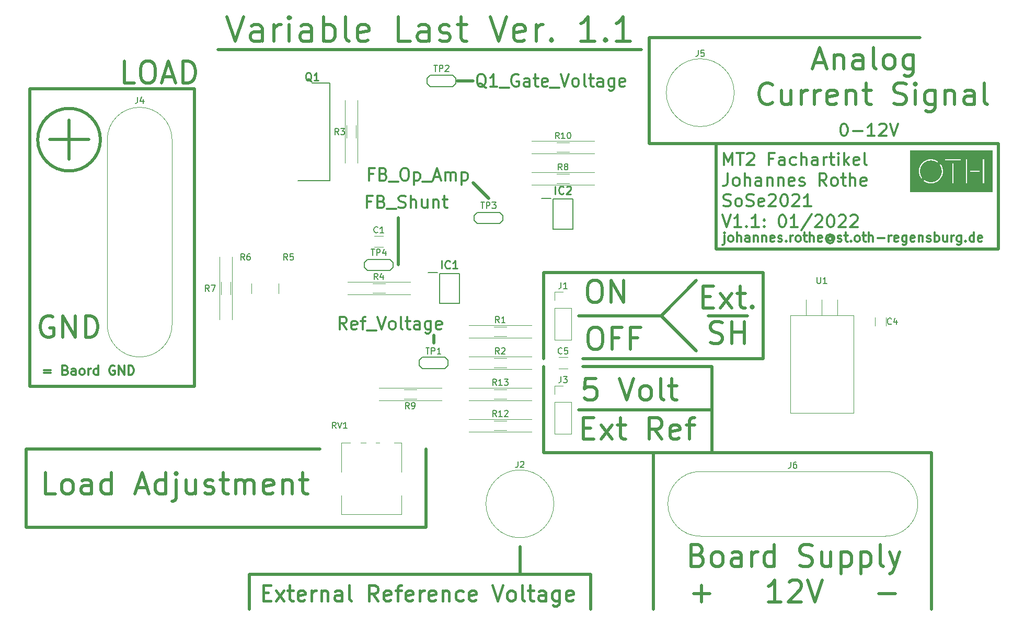
<source format=gbr>
%TF.GenerationSoftware,KiCad,Pcbnew,(5.1.7)-1*%
%TF.CreationDate,2022-02-05T15:55:05+01:00*%
%TF.ProjectId,Dev_Board,4465765f-426f-4617-9264-2e6b69636164,rev?*%
%TF.SameCoordinates,Original*%
%TF.FileFunction,Legend,Top*%
%TF.FilePolarity,Positive*%
%FSLAX46Y46*%
G04 Gerber Fmt 4.6, Leading zero omitted, Abs format (unit mm)*
G04 Created by KiCad (PCBNEW (5.1.7)-1) date 2022-02-05 15:55:05*
%MOMM*%
%LPD*%
G01*
G04 APERTURE LIST*
%ADD10C,0.500000*%
%ADD11C,0.300000*%
%ADD12C,0.350000*%
%ADD13C,0.400000*%
%ADD14C,0.120000*%
%ADD15C,0.010000*%
%ADD16C,0.150000*%
%ADD17C,0.200000*%
%ADD18C,0.254000*%
G04 APERTURE END LIST*
D10*
X101600000Y-50800000D02*
X170180000Y-50800000D01*
X103032857Y-45434523D02*
X104366190Y-49434523D01*
X105699523Y-45434523D01*
X108747142Y-49434523D02*
X108747142Y-47339285D01*
X108556666Y-46958333D01*
X108175714Y-46767857D01*
X107413809Y-46767857D01*
X107032857Y-46958333D01*
X108747142Y-49244047D02*
X108366190Y-49434523D01*
X107413809Y-49434523D01*
X107032857Y-49244047D01*
X106842380Y-48863095D01*
X106842380Y-48482142D01*
X107032857Y-48101190D01*
X107413809Y-47910714D01*
X108366190Y-47910714D01*
X108747142Y-47720238D01*
X110651904Y-49434523D02*
X110651904Y-46767857D01*
X110651904Y-47529761D02*
X110842380Y-47148809D01*
X111032857Y-46958333D01*
X111413809Y-46767857D01*
X111794761Y-46767857D01*
X113128095Y-49434523D02*
X113128095Y-46767857D01*
X113128095Y-45434523D02*
X112937619Y-45625000D01*
X113128095Y-45815476D01*
X113318571Y-45625000D01*
X113128095Y-45434523D01*
X113128095Y-45815476D01*
X116747142Y-49434523D02*
X116747142Y-47339285D01*
X116556666Y-46958333D01*
X116175714Y-46767857D01*
X115413809Y-46767857D01*
X115032857Y-46958333D01*
X116747142Y-49244047D02*
X116366190Y-49434523D01*
X115413809Y-49434523D01*
X115032857Y-49244047D01*
X114842380Y-48863095D01*
X114842380Y-48482142D01*
X115032857Y-48101190D01*
X115413809Y-47910714D01*
X116366190Y-47910714D01*
X116747142Y-47720238D01*
X118651904Y-49434523D02*
X118651904Y-45434523D01*
X118651904Y-46958333D02*
X119032857Y-46767857D01*
X119794761Y-46767857D01*
X120175714Y-46958333D01*
X120366190Y-47148809D01*
X120556666Y-47529761D01*
X120556666Y-48672619D01*
X120366190Y-49053571D01*
X120175714Y-49244047D01*
X119794761Y-49434523D01*
X119032857Y-49434523D01*
X118651904Y-49244047D01*
X122842380Y-49434523D02*
X122461428Y-49244047D01*
X122270952Y-48863095D01*
X122270952Y-45434523D01*
X125890000Y-49244047D02*
X125509047Y-49434523D01*
X124747142Y-49434523D01*
X124366190Y-49244047D01*
X124175714Y-48863095D01*
X124175714Y-47339285D01*
X124366190Y-46958333D01*
X124747142Y-46767857D01*
X125509047Y-46767857D01*
X125890000Y-46958333D01*
X126080476Y-47339285D01*
X126080476Y-47720238D01*
X124175714Y-48101190D01*
X132747142Y-49434523D02*
X130842380Y-49434523D01*
X130842380Y-45434523D01*
X135794761Y-49434523D02*
X135794761Y-47339285D01*
X135604285Y-46958333D01*
X135223333Y-46767857D01*
X134461428Y-46767857D01*
X134080476Y-46958333D01*
X135794761Y-49244047D02*
X135413809Y-49434523D01*
X134461428Y-49434523D01*
X134080476Y-49244047D01*
X133890000Y-48863095D01*
X133890000Y-48482142D01*
X134080476Y-48101190D01*
X134461428Y-47910714D01*
X135413809Y-47910714D01*
X135794761Y-47720238D01*
X137509047Y-49244047D02*
X137890000Y-49434523D01*
X138651904Y-49434523D01*
X139032857Y-49244047D01*
X139223333Y-48863095D01*
X139223333Y-48672619D01*
X139032857Y-48291666D01*
X138651904Y-48101190D01*
X138080476Y-48101190D01*
X137699523Y-47910714D01*
X137509047Y-47529761D01*
X137509047Y-47339285D01*
X137699523Y-46958333D01*
X138080476Y-46767857D01*
X138651904Y-46767857D01*
X139032857Y-46958333D01*
X140366190Y-46767857D02*
X141890000Y-46767857D01*
X140937619Y-45434523D02*
X140937619Y-48863095D01*
X141128095Y-49244047D01*
X141509047Y-49434523D01*
X141890000Y-49434523D01*
X145699523Y-45434523D02*
X147032857Y-49434523D01*
X148366190Y-45434523D01*
X151223333Y-49244047D02*
X150842380Y-49434523D01*
X150080476Y-49434523D01*
X149699523Y-49244047D01*
X149509047Y-48863095D01*
X149509047Y-47339285D01*
X149699523Y-46958333D01*
X150080476Y-46767857D01*
X150842380Y-46767857D01*
X151223333Y-46958333D01*
X151413809Y-47339285D01*
X151413809Y-47720238D01*
X149509047Y-48101190D01*
X153128095Y-49434523D02*
X153128095Y-46767857D01*
X153128095Y-47529761D02*
X153318571Y-47148809D01*
X153509047Y-46958333D01*
X153890000Y-46767857D01*
X154270952Y-46767857D01*
X155604285Y-49053571D02*
X155794761Y-49244047D01*
X155604285Y-49434523D01*
X155413809Y-49244047D01*
X155604285Y-49053571D01*
X155604285Y-49434523D01*
X162651904Y-49434523D02*
X160366190Y-49434523D01*
X161509047Y-49434523D02*
X161509047Y-45434523D01*
X161128095Y-46005952D01*
X160747142Y-46386904D01*
X160366190Y-46577380D01*
X164366190Y-49053571D02*
X164556666Y-49244047D01*
X164366190Y-49434523D01*
X164175714Y-49244047D01*
X164366190Y-49053571D01*
X164366190Y-49434523D01*
X168366190Y-49434523D02*
X166080476Y-49434523D01*
X167223333Y-49434523D02*
X167223333Y-45434523D01*
X166842380Y-46005952D01*
X166461428Y-46386904D01*
X166080476Y-46577380D01*
X227965000Y-83185000D02*
X182245000Y-83185000D01*
D11*
X183612857Y-80958571D02*
X183612857Y-82244285D01*
X183541428Y-82387142D01*
X183398571Y-82458571D01*
X183327142Y-82458571D01*
X183612857Y-80458571D02*
X183541428Y-80530000D01*
X183612857Y-80601428D01*
X183684285Y-80530000D01*
X183612857Y-80458571D01*
X183612857Y-80601428D01*
X184541428Y-81958571D02*
X184398571Y-81887142D01*
X184327142Y-81815714D01*
X184255714Y-81672857D01*
X184255714Y-81244285D01*
X184327142Y-81101428D01*
X184398571Y-81030000D01*
X184541428Y-80958571D01*
X184755714Y-80958571D01*
X184898571Y-81030000D01*
X184969999Y-81101428D01*
X185041428Y-81244285D01*
X185041428Y-81672857D01*
X184969999Y-81815714D01*
X184898571Y-81887142D01*
X184755714Y-81958571D01*
X184541428Y-81958571D01*
X185684285Y-81958571D02*
X185684285Y-80458571D01*
X186327142Y-81958571D02*
X186327142Y-81172857D01*
X186255714Y-81030000D01*
X186112857Y-80958571D01*
X185898571Y-80958571D01*
X185755714Y-81030000D01*
X185684285Y-81101428D01*
X187684285Y-81958571D02*
X187684285Y-81172857D01*
X187612857Y-81030000D01*
X187469999Y-80958571D01*
X187184285Y-80958571D01*
X187041428Y-81030000D01*
X187684285Y-81887142D02*
X187541428Y-81958571D01*
X187184285Y-81958571D01*
X187041428Y-81887142D01*
X186969999Y-81744285D01*
X186969999Y-81601428D01*
X187041428Y-81458571D01*
X187184285Y-81387142D01*
X187541428Y-81387142D01*
X187684285Y-81315714D01*
X188398571Y-80958571D02*
X188398571Y-81958571D01*
X188398571Y-81101428D02*
X188469999Y-81030000D01*
X188612857Y-80958571D01*
X188827142Y-80958571D01*
X188969999Y-81030000D01*
X189041428Y-81172857D01*
X189041428Y-81958571D01*
X189755714Y-80958571D02*
X189755714Y-81958571D01*
X189755714Y-81101428D02*
X189827142Y-81030000D01*
X189969999Y-80958571D01*
X190184285Y-80958571D01*
X190327142Y-81030000D01*
X190398571Y-81172857D01*
X190398571Y-81958571D01*
X191684285Y-81887142D02*
X191541428Y-81958571D01*
X191255714Y-81958571D01*
X191112857Y-81887142D01*
X191041428Y-81744285D01*
X191041428Y-81172857D01*
X191112857Y-81030000D01*
X191255714Y-80958571D01*
X191541428Y-80958571D01*
X191684285Y-81030000D01*
X191755714Y-81172857D01*
X191755714Y-81315714D01*
X191041428Y-81458571D01*
X192327142Y-81887142D02*
X192469999Y-81958571D01*
X192755714Y-81958571D01*
X192898571Y-81887142D01*
X192969999Y-81744285D01*
X192969999Y-81672857D01*
X192898571Y-81530000D01*
X192755714Y-81458571D01*
X192541428Y-81458571D01*
X192398571Y-81387142D01*
X192327142Y-81244285D01*
X192327142Y-81172857D01*
X192398571Y-81030000D01*
X192541428Y-80958571D01*
X192755714Y-80958571D01*
X192898571Y-81030000D01*
X193612857Y-81815714D02*
X193684285Y-81887142D01*
X193612857Y-81958571D01*
X193541428Y-81887142D01*
X193612857Y-81815714D01*
X193612857Y-81958571D01*
X194327142Y-81958571D02*
X194327142Y-80958571D01*
X194327142Y-81244285D02*
X194398571Y-81101428D01*
X194469999Y-81030000D01*
X194612857Y-80958571D01*
X194755714Y-80958571D01*
X195469999Y-81958571D02*
X195327142Y-81887142D01*
X195255714Y-81815714D01*
X195184285Y-81672857D01*
X195184285Y-81244285D01*
X195255714Y-81101428D01*
X195327142Y-81030000D01*
X195469999Y-80958571D01*
X195684285Y-80958571D01*
X195827142Y-81030000D01*
X195898571Y-81101428D01*
X195969999Y-81244285D01*
X195969999Y-81672857D01*
X195898571Y-81815714D01*
X195827142Y-81887142D01*
X195684285Y-81958571D01*
X195469999Y-81958571D01*
X196398571Y-80958571D02*
X196969999Y-80958571D01*
X196612857Y-80458571D02*
X196612857Y-81744285D01*
X196684285Y-81887142D01*
X196827142Y-81958571D01*
X196969999Y-81958571D01*
X197469999Y-81958571D02*
X197469999Y-80458571D01*
X198112857Y-81958571D02*
X198112857Y-81172857D01*
X198041428Y-81030000D01*
X197898571Y-80958571D01*
X197684285Y-80958571D01*
X197541428Y-81030000D01*
X197469999Y-81101428D01*
X199398571Y-81887142D02*
X199255714Y-81958571D01*
X198969999Y-81958571D01*
X198827142Y-81887142D01*
X198755714Y-81744285D01*
X198755714Y-81172857D01*
X198827142Y-81030000D01*
X198969999Y-80958571D01*
X199255714Y-80958571D01*
X199398571Y-81030000D01*
X199469999Y-81172857D01*
X199469999Y-81315714D01*
X198755714Y-81458571D01*
X201041428Y-81244285D02*
X200969999Y-81172857D01*
X200827142Y-81101428D01*
X200684285Y-81101428D01*
X200541428Y-81172857D01*
X200469999Y-81244285D01*
X200398571Y-81387142D01*
X200398571Y-81530000D01*
X200469999Y-81672857D01*
X200541428Y-81744285D01*
X200684285Y-81815714D01*
X200827142Y-81815714D01*
X200969999Y-81744285D01*
X201041428Y-81672857D01*
X201041428Y-81101428D02*
X201041428Y-81672857D01*
X201112857Y-81744285D01*
X201184285Y-81744285D01*
X201327142Y-81672857D01*
X201398571Y-81530000D01*
X201398571Y-81172857D01*
X201255714Y-80958571D01*
X201041428Y-80815714D01*
X200755714Y-80744285D01*
X200469999Y-80815714D01*
X200255714Y-80958571D01*
X200112857Y-81172857D01*
X200041428Y-81458571D01*
X200112857Y-81744285D01*
X200255714Y-81958571D01*
X200469999Y-82101428D01*
X200755714Y-82172857D01*
X201041428Y-82101428D01*
X201255714Y-81958571D01*
X201969999Y-81887142D02*
X202112857Y-81958571D01*
X202398571Y-81958571D01*
X202541428Y-81887142D01*
X202612857Y-81744285D01*
X202612857Y-81672857D01*
X202541428Y-81530000D01*
X202398571Y-81458571D01*
X202184285Y-81458571D01*
X202041428Y-81387142D01*
X201969999Y-81244285D01*
X201969999Y-81172857D01*
X202041428Y-81030000D01*
X202184285Y-80958571D01*
X202398571Y-80958571D01*
X202541428Y-81030000D01*
X203041428Y-80958571D02*
X203612857Y-80958571D01*
X203255714Y-80458571D02*
X203255714Y-81744285D01*
X203327142Y-81887142D01*
X203469999Y-81958571D01*
X203612857Y-81958571D01*
X204112857Y-81815714D02*
X204184285Y-81887142D01*
X204112857Y-81958571D01*
X204041428Y-81887142D01*
X204112857Y-81815714D01*
X204112857Y-81958571D01*
X205041428Y-81958571D02*
X204898571Y-81887142D01*
X204827142Y-81815714D01*
X204755714Y-81672857D01*
X204755714Y-81244285D01*
X204827142Y-81101428D01*
X204898571Y-81030000D01*
X205041428Y-80958571D01*
X205255714Y-80958571D01*
X205398571Y-81030000D01*
X205469999Y-81101428D01*
X205541428Y-81244285D01*
X205541428Y-81672857D01*
X205469999Y-81815714D01*
X205398571Y-81887142D01*
X205255714Y-81958571D01*
X205041428Y-81958571D01*
X205969999Y-80958571D02*
X206541428Y-80958571D01*
X206184285Y-80458571D02*
X206184285Y-81744285D01*
X206255714Y-81887142D01*
X206398571Y-81958571D01*
X206541428Y-81958571D01*
X207041428Y-81958571D02*
X207041428Y-80458571D01*
X207684285Y-81958571D02*
X207684285Y-81172857D01*
X207612857Y-81030000D01*
X207469999Y-80958571D01*
X207255714Y-80958571D01*
X207112857Y-81030000D01*
X207041428Y-81101428D01*
X208398571Y-81387142D02*
X209541428Y-81387142D01*
X210255714Y-81958571D02*
X210255714Y-80958571D01*
X210255714Y-81244285D02*
X210327142Y-81101428D01*
X210398571Y-81030000D01*
X210541428Y-80958571D01*
X210684285Y-80958571D01*
X211755714Y-81887142D02*
X211612857Y-81958571D01*
X211327142Y-81958571D01*
X211184285Y-81887142D01*
X211112857Y-81744285D01*
X211112857Y-81172857D01*
X211184285Y-81030000D01*
X211327142Y-80958571D01*
X211612857Y-80958571D01*
X211755714Y-81030000D01*
X211827142Y-81172857D01*
X211827142Y-81315714D01*
X211112857Y-81458571D01*
X213112857Y-80958571D02*
X213112857Y-82172857D01*
X213041428Y-82315714D01*
X212970000Y-82387142D01*
X212827142Y-82458571D01*
X212612857Y-82458571D01*
X212470000Y-82387142D01*
X213112857Y-81887142D02*
X212970000Y-81958571D01*
X212684285Y-81958571D01*
X212541428Y-81887142D01*
X212470000Y-81815714D01*
X212398571Y-81672857D01*
X212398571Y-81244285D01*
X212470000Y-81101428D01*
X212541428Y-81030000D01*
X212684285Y-80958571D01*
X212970000Y-80958571D01*
X213112857Y-81030000D01*
X214398571Y-81887142D02*
X214255714Y-81958571D01*
X213970000Y-81958571D01*
X213827142Y-81887142D01*
X213755714Y-81744285D01*
X213755714Y-81172857D01*
X213827142Y-81030000D01*
X213970000Y-80958571D01*
X214255714Y-80958571D01*
X214398571Y-81030000D01*
X214470000Y-81172857D01*
X214470000Y-81315714D01*
X213755714Y-81458571D01*
X215112857Y-80958571D02*
X215112857Y-81958571D01*
X215112857Y-81101428D02*
X215184285Y-81030000D01*
X215327142Y-80958571D01*
X215541428Y-80958571D01*
X215684285Y-81030000D01*
X215755714Y-81172857D01*
X215755714Y-81958571D01*
X216398571Y-81887142D02*
X216541428Y-81958571D01*
X216827142Y-81958571D01*
X216970000Y-81887142D01*
X217041428Y-81744285D01*
X217041428Y-81672857D01*
X216970000Y-81530000D01*
X216827142Y-81458571D01*
X216612857Y-81458571D01*
X216470000Y-81387142D01*
X216398571Y-81244285D01*
X216398571Y-81172857D01*
X216470000Y-81030000D01*
X216612857Y-80958571D01*
X216827142Y-80958571D01*
X216970000Y-81030000D01*
X217684285Y-81958571D02*
X217684285Y-80458571D01*
X217684285Y-81030000D02*
X217827142Y-80958571D01*
X218112857Y-80958571D01*
X218255714Y-81030000D01*
X218327142Y-81101428D01*
X218398571Y-81244285D01*
X218398571Y-81672857D01*
X218327142Y-81815714D01*
X218255714Y-81887142D01*
X218112857Y-81958571D01*
X217827142Y-81958571D01*
X217684285Y-81887142D01*
X219684285Y-80958571D02*
X219684285Y-81958571D01*
X219041428Y-80958571D02*
X219041428Y-81744285D01*
X219112857Y-81887142D01*
X219255714Y-81958571D01*
X219470000Y-81958571D01*
X219612857Y-81887142D01*
X219684285Y-81815714D01*
X220398571Y-81958571D02*
X220398571Y-80958571D01*
X220398571Y-81244285D02*
X220470000Y-81101428D01*
X220541428Y-81030000D01*
X220684285Y-80958571D01*
X220827142Y-80958571D01*
X221970000Y-80958571D02*
X221970000Y-82172857D01*
X221898571Y-82315714D01*
X221827142Y-82387142D01*
X221684285Y-82458571D01*
X221470000Y-82458571D01*
X221327142Y-82387142D01*
X221970000Y-81887142D02*
X221827142Y-81958571D01*
X221541428Y-81958571D01*
X221398571Y-81887142D01*
X221327142Y-81815714D01*
X221255714Y-81672857D01*
X221255714Y-81244285D01*
X221327142Y-81101428D01*
X221398571Y-81030000D01*
X221541428Y-80958571D01*
X221827142Y-80958571D01*
X221970000Y-81030000D01*
X222684285Y-81815714D02*
X222755714Y-81887142D01*
X222684285Y-81958571D01*
X222612857Y-81887142D01*
X222684285Y-81815714D01*
X222684285Y-81958571D01*
X224041428Y-81958571D02*
X224041428Y-80458571D01*
X224041428Y-81887142D02*
X223898571Y-81958571D01*
X223612857Y-81958571D01*
X223470000Y-81887142D01*
X223398571Y-81815714D01*
X223327142Y-81672857D01*
X223327142Y-81244285D01*
X223398571Y-81101428D01*
X223470000Y-81030000D01*
X223612857Y-80958571D01*
X223898571Y-80958571D01*
X224041428Y-81030000D01*
X225327142Y-81887142D02*
X225184285Y-81958571D01*
X224898571Y-81958571D01*
X224755714Y-81887142D01*
X224684285Y-81744285D01*
X224684285Y-81172857D01*
X224755714Y-81030000D01*
X224898571Y-80958571D01*
X225184285Y-80958571D01*
X225327142Y-81030000D01*
X225398571Y-81172857D01*
X225398571Y-81315714D01*
X224684285Y-81458571D01*
D12*
X183583690Y-69539761D02*
X183583690Y-67539761D01*
X184250357Y-68968333D01*
X184917023Y-67539761D01*
X184917023Y-69539761D01*
X185583690Y-67539761D02*
X186726547Y-67539761D01*
X186155119Y-69539761D02*
X186155119Y-67539761D01*
X187297976Y-67730238D02*
X187393214Y-67635000D01*
X187583690Y-67539761D01*
X188059880Y-67539761D01*
X188250357Y-67635000D01*
X188345595Y-67730238D01*
X188440833Y-67920714D01*
X188440833Y-68111190D01*
X188345595Y-68396904D01*
X187202738Y-69539761D01*
X188440833Y-69539761D01*
X191488452Y-68492142D02*
X190821785Y-68492142D01*
X190821785Y-69539761D02*
X190821785Y-67539761D01*
X191774166Y-67539761D01*
X193393214Y-69539761D02*
X193393214Y-68492142D01*
X193297976Y-68301666D01*
X193107500Y-68206428D01*
X192726547Y-68206428D01*
X192536071Y-68301666D01*
X193393214Y-69444523D02*
X193202738Y-69539761D01*
X192726547Y-69539761D01*
X192536071Y-69444523D01*
X192440833Y-69254047D01*
X192440833Y-69063571D01*
X192536071Y-68873095D01*
X192726547Y-68777857D01*
X193202738Y-68777857D01*
X193393214Y-68682619D01*
X195202738Y-69444523D02*
X195012261Y-69539761D01*
X194631309Y-69539761D01*
X194440833Y-69444523D01*
X194345595Y-69349285D01*
X194250357Y-69158809D01*
X194250357Y-68587380D01*
X194345595Y-68396904D01*
X194440833Y-68301666D01*
X194631309Y-68206428D01*
X195012261Y-68206428D01*
X195202738Y-68301666D01*
X196059880Y-69539761D02*
X196059880Y-67539761D01*
X196917023Y-69539761D02*
X196917023Y-68492142D01*
X196821785Y-68301666D01*
X196631309Y-68206428D01*
X196345595Y-68206428D01*
X196155119Y-68301666D01*
X196059880Y-68396904D01*
X198726547Y-69539761D02*
X198726547Y-68492142D01*
X198631309Y-68301666D01*
X198440833Y-68206428D01*
X198059880Y-68206428D01*
X197869404Y-68301666D01*
X198726547Y-69444523D02*
X198536071Y-69539761D01*
X198059880Y-69539761D01*
X197869404Y-69444523D01*
X197774166Y-69254047D01*
X197774166Y-69063571D01*
X197869404Y-68873095D01*
X198059880Y-68777857D01*
X198536071Y-68777857D01*
X198726547Y-68682619D01*
X199678928Y-69539761D02*
X199678928Y-68206428D01*
X199678928Y-68587380D02*
X199774166Y-68396904D01*
X199869404Y-68301666D01*
X200059880Y-68206428D01*
X200250357Y-68206428D01*
X200631309Y-68206428D02*
X201393214Y-68206428D01*
X200917023Y-67539761D02*
X200917023Y-69254047D01*
X201012261Y-69444523D01*
X201202738Y-69539761D01*
X201393214Y-69539761D01*
X202059880Y-69539761D02*
X202059880Y-68206428D01*
X202059880Y-67539761D02*
X201964642Y-67635000D01*
X202059880Y-67730238D01*
X202155119Y-67635000D01*
X202059880Y-67539761D01*
X202059880Y-67730238D01*
X203012261Y-69539761D02*
X203012261Y-67539761D01*
X203202738Y-68777857D02*
X203774166Y-69539761D01*
X203774166Y-68206428D02*
X203012261Y-68968333D01*
X205393214Y-69444523D02*
X205202738Y-69539761D01*
X204821785Y-69539761D01*
X204631309Y-69444523D01*
X204536071Y-69254047D01*
X204536071Y-68492142D01*
X204631309Y-68301666D01*
X204821785Y-68206428D01*
X205202738Y-68206428D01*
X205393214Y-68301666D01*
X205488452Y-68492142D01*
X205488452Y-68682619D01*
X204536071Y-68873095D01*
X206631309Y-69539761D02*
X206440833Y-69444523D01*
X206345595Y-69254047D01*
X206345595Y-67539761D01*
X184155119Y-70889761D02*
X184155119Y-72318333D01*
X184059880Y-72604047D01*
X183869404Y-72794523D01*
X183583690Y-72889761D01*
X183393214Y-72889761D01*
X185393214Y-72889761D02*
X185202738Y-72794523D01*
X185107500Y-72699285D01*
X185012261Y-72508809D01*
X185012261Y-71937380D01*
X185107500Y-71746904D01*
X185202738Y-71651666D01*
X185393214Y-71556428D01*
X185678928Y-71556428D01*
X185869404Y-71651666D01*
X185964642Y-71746904D01*
X186059880Y-71937380D01*
X186059880Y-72508809D01*
X185964642Y-72699285D01*
X185869404Y-72794523D01*
X185678928Y-72889761D01*
X185393214Y-72889761D01*
X186917023Y-72889761D02*
X186917023Y-70889761D01*
X187774166Y-72889761D02*
X187774166Y-71842142D01*
X187678928Y-71651666D01*
X187488452Y-71556428D01*
X187202738Y-71556428D01*
X187012261Y-71651666D01*
X186917023Y-71746904D01*
X189583690Y-72889761D02*
X189583690Y-71842142D01*
X189488452Y-71651666D01*
X189297976Y-71556428D01*
X188917023Y-71556428D01*
X188726547Y-71651666D01*
X189583690Y-72794523D02*
X189393214Y-72889761D01*
X188917023Y-72889761D01*
X188726547Y-72794523D01*
X188631309Y-72604047D01*
X188631309Y-72413571D01*
X188726547Y-72223095D01*
X188917023Y-72127857D01*
X189393214Y-72127857D01*
X189583690Y-72032619D01*
X190536071Y-71556428D02*
X190536071Y-72889761D01*
X190536071Y-71746904D02*
X190631309Y-71651666D01*
X190821785Y-71556428D01*
X191107500Y-71556428D01*
X191297976Y-71651666D01*
X191393214Y-71842142D01*
X191393214Y-72889761D01*
X192345595Y-71556428D02*
X192345595Y-72889761D01*
X192345595Y-71746904D02*
X192440833Y-71651666D01*
X192631309Y-71556428D01*
X192917023Y-71556428D01*
X193107500Y-71651666D01*
X193202738Y-71842142D01*
X193202738Y-72889761D01*
X194917023Y-72794523D02*
X194726547Y-72889761D01*
X194345595Y-72889761D01*
X194155119Y-72794523D01*
X194059880Y-72604047D01*
X194059880Y-71842142D01*
X194155119Y-71651666D01*
X194345595Y-71556428D01*
X194726547Y-71556428D01*
X194917023Y-71651666D01*
X195012261Y-71842142D01*
X195012261Y-72032619D01*
X194059880Y-72223095D01*
X195774166Y-72794523D02*
X195964642Y-72889761D01*
X196345595Y-72889761D01*
X196536071Y-72794523D01*
X196631309Y-72604047D01*
X196631309Y-72508809D01*
X196536071Y-72318333D01*
X196345595Y-72223095D01*
X196059880Y-72223095D01*
X195869404Y-72127857D01*
X195774166Y-71937380D01*
X195774166Y-71842142D01*
X195869404Y-71651666D01*
X196059880Y-71556428D01*
X196345595Y-71556428D01*
X196536071Y-71651666D01*
X200155119Y-72889761D02*
X199488452Y-71937380D01*
X199012261Y-72889761D02*
X199012261Y-70889761D01*
X199774166Y-70889761D01*
X199964642Y-70985000D01*
X200059880Y-71080238D01*
X200155119Y-71270714D01*
X200155119Y-71556428D01*
X200059880Y-71746904D01*
X199964642Y-71842142D01*
X199774166Y-71937380D01*
X199012261Y-71937380D01*
X201297976Y-72889761D02*
X201107500Y-72794523D01*
X201012261Y-72699285D01*
X200917023Y-72508809D01*
X200917023Y-71937380D01*
X201012261Y-71746904D01*
X201107500Y-71651666D01*
X201297976Y-71556428D01*
X201583690Y-71556428D01*
X201774166Y-71651666D01*
X201869404Y-71746904D01*
X201964642Y-71937380D01*
X201964642Y-72508809D01*
X201869404Y-72699285D01*
X201774166Y-72794523D01*
X201583690Y-72889761D01*
X201297976Y-72889761D01*
X202536071Y-71556428D02*
X203297976Y-71556428D01*
X202821785Y-70889761D02*
X202821785Y-72604047D01*
X202917023Y-72794523D01*
X203107500Y-72889761D01*
X203297976Y-72889761D01*
X203964642Y-72889761D02*
X203964642Y-70889761D01*
X204821785Y-72889761D02*
X204821785Y-71842142D01*
X204726547Y-71651666D01*
X204536071Y-71556428D01*
X204250357Y-71556428D01*
X204059880Y-71651666D01*
X203964642Y-71746904D01*
X206536071Y-72794523D02*
X206345595Y-72889761D01*
X205964642Y-72889761D01*
X205774166Y-72794523D01*
X205678928Y-72604047D01*
X205678928Y-71842142D01*
X205774166Y-71651666D01*
X205964642Y-71556428D01*
X206345595Y-71556428D01*
X206536071Y-71651666D01*
X206631309Y-71842142D01*
X206631309Y-72032619D01*
X205678928Y-72223095D01*
X183488452Y-76144523D02*
X183774166Y-76239761D01*
X184250357Y-76239761D01*
X184440833Y-76144523D01*
X184536071Y-76049285D01*
X184631309Y-75858809D01*
X184631309Y-75668333D01*
X184536071Y-75477857D01*
X184440833Y-75382619D01*
X184250357Y-75287380D01*
X183869404Y-75192142D01*
X183678928Y-75096904D01*
X183583690Y-75001666D01*
X183488452Y-74811190D01*
X183488452Y-74620714D01*
X183583690Y-74430238D01*
X183678928Y-74335000D01*
X183869404Y-74239761D01*
X184345595Y-74239761D01*
X184631309Y-74335000D01*
X185774166Y-76239761D02*
X185583690Y-76144523D01*
X185488452Y-76049285D01*
X185393214Y-75858809D01*
X185393214Y-75287380D01*
X185488452Y-75096904D01*
X185583690Y-75001666D01*
X185774166Y-74906428D01*
X186059880Y-74906428D01*
X186250357Y-75001666D01*
X186345595Y-75096904D01*
X186440833Y-75287380D01*
X186440833Y-75858809D01*
X186345595Y-76049285D01*
X186250357Y-76144523D01*
X186059880Y-76239761D01*
X185774166Y-76239761D01*
X187202738Y-76144523D02*
X187488452Y-76239761D01*
X187964642Y-76239761D01*
X188155119Y-76144523D01*
X188250357Y-76049285D01*
X188345595Y-75858809D01*
X188345595Y-75668333D01*
X188250357Y-75477857D01*
X188155119Y-75382619D01*
X187964642Y-75287380D01*
X187583690Y-75192142D01*
X187393214Y-75096904D01*
X187297976Y-75001666D01*
X187202738Y-74811190D01*
X187202738Y-74620714D01*
X187297976Y-74430238D01*
X187393214Y-74335000D01*
X187583690Y-74239761D01*
X188059880Y-74239761D01*
X188345595Y-74335000D01*
X189964642Y-76144523D02*
X189774166Y-76239761D01*
X189393214Y-76239761D01*
X189202738Y-76144523D01*
X189107500Y-75954047D01*
X189107500Y-75192142D01*
X189202738Y-75001666D01*
X189393214Y-74906428D01*
X189774166Y-74906428D01*
X189964642Y-75001666D01*
X190059880Y-75192142D01*
X190059880Y-75382619D01*
X189107500Y-75573095D01*
X190821785Y-74430238D02*
X190917023Y-74335000D01*
X191107500Y-74239761D01*
X191583690Y-74239761D01*
X191774166Y-74335000D01*
X191869404Y-74430238D01*
X191964642Y-74620714D01*
X191964642Y-74811190D01*
X191869404Y-75096904D01*
X190726547Y-76239761D01*
X191964642Y-76239761D01*
X193202738Y-74239761D02*
X193393214Y-74239761D01*
X193583690Y-74335000D01*
X193678928Y-74430238D01*
X193774166Y-74620714D01*
X193869404Y-75001666D01*
X193869404Y-75477857D01*
X193774166Y-75858809D01*
X193678928Y-76049285D01*
X193583690Y-76144523D01*
X193393214Y-76239761D01*
X193202738Y-76239761D01*
X193012261Y-76144523D01*
X192917023Y-76049285D01*
X192821785Y-75858809D01*
X192726547Y-75477857D01*
X192726547Y-75001666D01*
X192821785Y-74620714D01*
X192917023Y-74430238D01*
X193012261Y-74335000D01*
X193202738Y-74239761D01*
X194631309Y-74430238D02*
X194726547Y-74335000D01*
X194917023Y-74239761D01*
X195393214Y-74239761D01*
X195583690Y-74335000D01*
X195678928Y-74430238D01*
X195774166Y-74620714D01*
X195774166Y-74811190D01*
X195678928Y-75096904D01*
X194536071Y-76239761D01*
X195774166Y-76239761D01*
X197678928Y-76239761D02*
X196536071Y-76239761D01*
X197107500Y-76239761D02*
X197107500Y-74239761D01*
X196917023Y-74525476D01*
X196726547Y-74715952D01*
X196536071Y-74811190D01*
X183297976Y-77589761D02*
X183964642Y-79589761D01*
X184631309Y-77589761D01*
X186345595Y-79589761D02*
X185202738Y-79589761D01*
X185774166Y-79589761D02*
X185774166Y-77589761D01*
X185583690Y-77875476D01*
X185393214Y-78065952D01*
X185202738Y-78161190D01*
X187202738Y-79399285D02*
X187297976Y-79494523D01*
X187202738Y-79589761D01*
X187107500Y-79494523D01*
X187202738Y-79399285D01*
X187202738Y-79589761D01*
X189202738Y-79589761D02*
X188059880Y-79589761D01*
X188631309Y-79589761D02*
X188631309Y-77589761D01*
X188440833Y-77875476D01*
X188250357Y-78065952D01*
X188059880Y-78161190D01*
X190059880Y-79399285D02*
X190155119Y-79494523D01*
X190059880Y-79589761D01*
X189964642Y-79494523D01*
X190059880Y-79399285D01*
X190059880Y-79589761D01*
X190059880Y-78351666D02*
X190155119Y-78446904D01*
X190059880Y-78542142D01*
X189964642Y-78446904D01*
X190059880Y-78351666D01*
X190059880Y-78542142D01*
X192917023Y-77589761D02*
X193107500Y-77589761D01*
X193297976Y-77685000D01*
X193393214Y-77780238D01*
X193488452Y-77970714D01*
X193583690Y-78351666D01*
X193583690Y-78827857D01*
X193488452Y-79208809D01*
X193393214Y-79399285D01*
X193297976Y-79494523D01*
X193107500Y-79589761D01*
X192917023Y-79589761D01*
X192726547Y-79494523D01*
X192631309Y-79399285D01*
X192536071Y-79208809D01*
X192440833Y-78827857D01*
X192440833Y-78351666D01*
X192536071Y-77970714D01*
X192631309Y-77780238D01*
X192726547Y-77685000D01*
X192917023Y-77589761D01*
X195488452Y-79589761D02*
X194345595Y-79589761D01*
X194917023Y-79589761D02*
X194917023Y-77589761D01*
X194726547Y-77875476D01*
X194536071Y-78065952D01*
X194345595Y-78161190D01*
X197774166Y-77494523D02*
X196059880Y-80065952D01*
X198345595Y-77780238D02*
X198440833Y-77685000D01*
X198631309Y-77589761D01*
X199107500Y-77589761D01*
X199297976Y-77685000D01*
X199393214Y-77780238D01*
X199488452Y-77970714D01*
X199488452Y-78161190D01*
X199393214Y-78446904D01*
X198250357Y-79589761D01*
X199488452Y-79589761D01*
X200726547Y-77589761D02*
X200917023Y-77589761D01*
X201107500Y-77685000D01*
X201202738Y-77780238D01*
X201297976Y-77970714D01*
X201393214Y-78351666D01*
X201393214Y-78827857D01*
X201297976Y-79208809D01*
X201202738Y-79399285D01*
X201107500Y-79494523D01*
X200917023Y-79589761D01*
X200726547Y-79589761D01*
X200536071Y-79494523D01*
X200440833Y-79399285D01*
X200345595Y-79208809D01*
X200250357Y-78827857D01*
X200250357Y-78351666D01*
X200345595Y-77970714D01*
X200440833Y-77780238D01*
X200536071Y-77685000D01*
X200726547Y-77589761D01*
X202155119Y-77780238D02*
X202250357Y-77685000D01*
X202440833Y-77589761D01*
X202917023Y-77589761D01*
X203107500Y-77685000D01*
X203202738Y-77780238D01*
X203297976Y-77970714D01*
X203297976Y-78161190D01*
X203202738Y-78446904D01*
X202059880Y-79589761D01*
X203297976Y-79589761D01*
X204059880Y-77780238D02*
X204155119Y-77685000D01*
X204345595Y-77589761D01*
X204821785Y-77589761D01*
X205012261Y-77685000D01*
X205107500Y-77780238D01*
X205202738Y-77970714D01*
X205202738Y-78161190D01*
X205107500Y-78446904D01*
X203964642Y-79589761D01*
X205202738Y-79589761D01*
D10*
X227965000Y-83185000D02*
X227965000Y-66040000D01*
X182245000Y-66040000D02*
X182245000Y-83185000D01*
X217170000Y-116205000D02*
X217170000Y-141605000D01*
X172085000Y-116205000D02*
X217170000Y-116205000D01*
X172085000Y-141605000D02*
X172085000Y-116205000D01*
X106680000Y-135890000D02*
X106680000Y-141605000D01*
X161925000Y-135890000D02*
X106680000Y-135890000D01*
X161925000Y-136525000D02*
X161925000Y-135890000D01*
X161925000Y-137160000D02*
X161925000Y-136525000D01*
X161925000Y-141605000D02*
X161925000Y-137160000D01*
X97790000Y-57150000D02*
X97790000Y-105410000D01*
D11*
X73395000Y-102762857D02*
X74537857Y-102762857D01*
X74537857Y-103191428D02*
X73395000Y-103191428D01*
X76895000Y-102762857D02*
X77109285Y-102834285D01*
X77180714Y-102905714D01*
X77252142Y-103048571D01*
X77252142Y-103262857D01*
X77180714Y-103405714D01*
X77109285Y-103477142D01*
X76966428Y-103548571D01*
X76395000Y-103548571D01*
X76395000Y-102048571D01*
X76895000Y-102048571D01*
X77037857Y-102120000D01*
X77109285Y-102191428D01*
X77180714Y-102334285D01*
X77180714Y-102477142D01*
X77109285Y-102620000D01*
X77037857Y-102691428D01*
X76895000Y-102762857D01*
X76395000Y-102762857D01*
X78537857Y-103548571D02*
X78537857Y-102762857D01*
X78466428Y-102620000D01*
X78323571Y-102548571D01*
X78037857Y-102548571D01*
X77895000Y-102620000D01*
X78537857Y-103477142D02*
X78395000Y-103548571D01*
X78037857Y-103548571D01*
X77895000Y-103477142D01*
X77823571Y-103334285D01*
X77823571Y-103191428D01*
X77895000Y-103048571D01*
X78037857Y-102977142D01*
X78395000Y-102977142D01*
X78537857Y-102905714D01*
X79466428Y-103548571D02*
X79323571Y-103477142D01*
X79252142Y-103405714D01*
X79180714Y-103262857D01*
X79180714Y-102834285D01*
X79252142Y-102691428D01*
X79323571Y-102620000D01*
X79466428Y-102548571D01*
X79680714Y-102548571D01*
X79823571Y-102620000D01*
X79895000Y-102691428D01*
X79966428Y-102834285D01*
X79966428Y-103262857D01*
X79895000Y-103405714D01*
X79823571Y-103477142D01*
X79680714Y-103548571D01*
X79466428Y-103548571D01*
X80609285Y-103548571D02*
X80609285Y-102548571D01*
X80609285Y-102834285D02*
X80680714Y-102691428D01*
X80752142Y-102620000D01*
X80895000Y-102548571D01*
X81037857Y-102548571D01*
X82180714Y-103548571D02*
X82180714Y-102048571D01*
X82180714Y-103477142D02*
X82037857Y-103548571D01*
X81752142Y-103548571D01*
X81609285Y-103477142D01*
X81537857Y-103405714D01*
X81466428Y-103262857D01*
X81466428Y-102834285D01*
X81537857Y-102691428D01*
X81609285Y-102620000D01*
X81752142Y-102548571D01*
X82037857Y-102548571D01*
X82180714Y-102620000D01*
X84823571Y-102120000D02*
X84680714Y-102048571D01*
X84466428Y-102048571D01*
X84252142Y-102120000D01*
X84109285Y-102262857D01*
X84037857Y-102405714D01*
X83966428Y-102691428D01*
X83966428Y-102905714D01*
X84037857Y-103191428D01*
X84109285Y-103334285D01*
X84252142Y-103477142D01*
X84466428Y-103548571D01*
X84609285Y-103548571D01*
X84823571Y-103477142D01*
X84895000Y-103405714D01*
X84895000Y-102905714D01*
X84609285Y-102905714D01*
X85537857Y-103548571D02*
X85537857Y-102048571D01*
X86395000Y-103548571D01*
X86395000Y-102048571D01*
X87109285Y-103548571D02*
X87109285Y-102048571D01*
X87466428Y-102048571D01*
X87680714Y-102120000D01*
X87823571Y-102262857D01*
X87895000Y-102405714D01*
X87966428Y-102691428D01*
X87966428Y-102905714D01*
X87895000Y-103191428D01*
X87823571Y-103334285D01*
X87680714Y-103477142D01*
X87466428Y-103548571D01*
X87109285Y-103548571D01*
D10*
X145415000Y-74930000D02*
X142875000Y-72390000D01*
D12*
X126699285Y-70977142D02*
X126032619Y-70977142D01*
X126032619Y-72024761D02*
X126032619Y-70024761D01*
X126985000Y-70024761D01*
X128413571Y-70977142D02*
X128699285Y-71072380D01*
X128794523Y-71167619D01*
X128889761Y-71358095D01*
X128889761Y-71643809D01*
X128794523Y-71834285D01*
X128699285Y-71929523D01*
X128508809Y-72024761D01*
X127746904Y-72024761D01*
X127746904Y-70024761D01*
X128413571Y-70024761D01*
X128604047Y-70120000D01*
X128699285Y-70215238D01*
X128794523Y-70405714D01*
X128794523Y-70596190D01*
X128699285Y-70786666D01*
X128604047Y-70881904D01*
X128413571Y-70977142D01*
X127746904Y-70977142D01*
X129270714Y-72215238D02*
X130794523Y-72215238D01*
X131651666Y-70024761D02*
X132032619Y-70024761D01*
X132223095Y-70120000D01*
X132413571Y-70310476D01*
X132508809Y-70691428D01*
X132508809Y-71358095D01*
X132413571Y-71739047D01*
X132223095Y-71929523D01*
X132032619Y-72024761D01*
X131651666Y-72024761D01*
X131461190Y-71929523D01*
X131270714Y-71739047D01*
X131175476Y-71358095D01*
X131175476Y-70691428D01*
X131270714Y-70310476D01*
X131461190Y-70120000D01*
X131651666Y-70024761D01*
X133365952Y-70691428D02*
X133365952Y-72691428D01*
X133365952Y-70786666D02*
X133556428Y-70691428D01*
X133937380Y-70691428D01*
X134127857Y-70786666D01*
X134223095Y-70881904D01*
X134318333Y-71072380D01*
X134318333Y-71643809D01*
X134223095Y-71834285D01*
X134127857Y-71929523D01*
X133937380Y-72024761D01*
X133556428Y-72024761D01*
X133365952Y-71929523D01*
X134699285Y-72215238D02*
X136223095Y-72215238D01*
X136604047Y-71453333D02*
X137556428Y-71453333D01*
X136413571Y-72024761D02*
X137080238Y-70024761D01*
X137746904Y-72024761D01*
X138413571Y-72024761D02*
X138413571Y-70691428D01*
X138413571Y-70881904D02*
X138508809Y-70786666D01*
X138699285Y-70691428D01*
X138985000Y-70691428D01*
X139175476Y-70786666D01*
X139270714Y-70977142D01*
X139270714Y-72024761D01*
X139270714Y-70977142D02*
X139365952Y-70786666D01*
X139556428Y-70691428D01*
X139842142Y-70691428D01*
X140032619Y-70786666D01*
X140127857Y-70977142D01*
X140127857Y-72024761D01*
X141080238Y-70691428D02*
X141080238Y-72691428D01*
X141080238Y-70786666D02*
X141270714Y-70691428D01*
X141651666Y-70691428D01*
X141842142Y-70786666D01*
X141937380Y-70881904D01*
X142032619Y-71072380D01*
X142032619Y-71643809D01*
X141937380Y-71834285D01*
X141842142Y-71929523D01*
X141651666Y-72024761D01*
X141270714Y-72024761D01*
X141080238Y-71929523D01*
D10*
X140335000Y-55880000D02*
X142875000Y-55880000D01*
D12*
X145003571Y-56975238D02*
X144813095Y-56880000D01*
X144622619Y-56689523D01*
X144336904Y-56403809D01*
X144146428Y-56308571D01*
X143955952Y-56308571D01*
X144051190Y-56784761D02*
X143860714Y-56689523D01*
X143670238Y-56499047D01*
X143575000Y-56118095D01*
X143575000Y-55451428D01*
X143670238Y-55070476D01*
X143860714Y-54880000D01*
X144051190Y-54784761D01*
X144432142Y-54784761D01*
X144622619Y-54880000D01*
X144813095Y-55070476D01*
X144908333Y-55451428D01*
X144908333Y-56118095D01*
X144813095Y-56499047D01*
X144622619Y-56689523D01*
X144432142Y-56784761D01*
X144051190Y-56784761D01*
X146813095Y-56784761D02*
X145670238Y-56784761D01*
X146241666Y-56784761D02*
X146241666Y-54784761D01*
X146051190Y-55070476D01*
X145860714Y-55260952D01*
X145670238Y-55356190D01*
X147194047Y-56975238D02*
X148717857Y-56975238D01*
X150241666Y-54880000D02*
X150051190Y-54784761D01*
X149765476Y-54784761D01*
X149479761Y-54880000D01*
X149289285Y-55070476D01*
X149194047Y-55260952D01*
X149098809Y-55641904D01*
X149098809Y-55927619D01*
X149194047Y-56308571D01*
X149289285Y-56499047D01*
X149479761Y-56689523D01*
X149765476Y-56784761D01*
X149955952Y-56784761D01*
X150241666Y-56689523D01*
X150336904Y-56594285D01*
X150336904Y-55927619D01*
X149955952Y-55927619D01*
X152051190Y-56784761D02*
X152051190Y-55737142D01*
X151955952Y-55546666D01*
X151765476Y-55451428D01*
X151384523Y-55451428D01*
X151194047Y-55546666D01*
X152051190Y-56689523D02*
X151860714Y-56784761D01*
X151384523Y-56784761D01*
X151194047Y-56689523D01*
X151098809Y-56499047D01*
X151098809Y-56308571D01*
X151194047Y-56118095D01*
X151384523Y-56022857D01*
X151860714Y-56022857D01*
X152051190Y-55927619D01*
X152717857Y-55451428D02*
X153479761Y-55451428D01*
X153003571Y-54784761D02*
X153003571Y-56499047D01*
X153098809Y-56689523D01*
X153289285Y-56784761D01*
X153479761Y-56784761D01*
X154908333Y-56689523D02*
X154717857Y-56784761D01*
X154336904Y-56784761D01*
X154146428Y-56689523D01*
X154051190Y-56499047D01*
X154051190Y-55737142D01*
X154146428Y-55546666D01*
X154336904Y-55451428D01*
X154717857Y-55451428D01*
X154908333Y-55546666D01*
X155003571Y-55737142D01*
X155003571Y-55927619D01*
X154051190Y-56118095D01*
X155384523Y-56975238D02*
X156908333Y-56975238D01*
X157098809Y-54784761D02*
X157765476Y-56784761D01*
X158432142Y-54784761D01*
X159384523Y-56784761D02*
X159194047Y-56689523D01*
X159098809Y-56594285D01*
X159003571Y-56403809D01*
X159003571Y-55832380D01*
X159098809Y-55641904D01*
X159194047Y-55546666D01*
X159384523Y-55451428D01*
X159670238Y-55451428D01*
X159860714Y-55546666D01*
X159955952Y-55641904D01*
X160051190Y-55832380D01*
X160051190Y-56403809D01*
X159955952Y-56594285D01*
X159860714Y-56689523D01*
X159670238Y-56784761D01*
X159384523Y-56784761D01*
X161194047Y-56784761D02*
X161003571Y-56689523D01*
X160908333Y-56499047D01*
X160908333Y-54784761D01*
X161670238Y-55451428D02*
X162432142Y-55451428D01*
X161955952Y-54784761D02*
X161955952Y-56499047D01*
X162051190Y-56689523D01*
X162241666Y-56784761D01*
X162432142Y-56784761D01*
X163955952Y-56784761D02*
X163955952Y-55737142D01*
X163860714Y-55546666D01*
X163670238Y-55451428D01*
X163289285Y-55451428D01*
X163098809Y-55546666D01*
X163955952Y-56689523D02*
X163765476Y-56784761D01*
X163289285Y-56784761D01*
X163098809Y-56689523D01*
X163003571Y-56499047D01*
X163003571Y-56308571D01*
X163098809Y-56118095D01*
X163289285Y-56022857D01*
X163765476Y-56022857D01*
X163955952Y-55927619D01*
X165765476Y-55451428D02*
X165765476Y-57070476D01*
X165670238Y-57260952D01*
X165575000Y-57356190D01*
X165384523Y-57451428D01*
X165098809Y-57451428D01*
X164908333Y-57356190D01*
X165765476Y-56689523D02*
X165575000Y-56784761D01*
X165194047Y-56784761D01*
X165003571Y-56689523D01*
X164908333Y-56594285D01*
X164813095Y-56403809D01*
X164813095Y-55832380D01*
X164908333Y-55641904D01*
X165003571Y-55546666D01*
X165194047Y-55451428D01*
X165575000Y-55451428D01*
X165765476Y-55546666D01*
X167479761Y-56689523D02*
X167289285Y-56784761D01*
X166908333Y-56784761D01*
X166717857Y-56689523D01*
X166622619Y-56499047D01*
X166622619Y-55737142D01*
X166717857Y-55546666D01*
X166908333Y-55451428D01*
X167289285Y-55451428D01*
X167479761Y-55546666D01*
X167575000Y-55737142D01*
X167575000Y-55927619D01*
X166622619Y-56118095D01*
D10*
X136525000Y-97155000D02*
X136525000Y-98425000D01*
D12*
X122444761Y-96154761D02*
X121778095Y-95202380D01*
X121301904Y-96154761D02*
X121301904Y-94154761D01*
X122063809Y-94154761D01*
X122254285Y-94250000D01*
X122349523Y-94345238D01*
X122444761Y-94535714D01*
X122444761Y-94821428D01*
X122349523Y-95011904D01*
X122254285Y-95107142D01*
X122063809Y-95202380D01*
X121301904Y-95202380D01*
X124063809Y-96059523D02*
X123873333Y-96154761D01*
X123492380Y-96154761D01*
X123301904Y-96059523D01*
X123206666Y-95869047D01*
X123206666Y-95107142D01*
X123301904Y-94916666D01*
X123492380Y-94821428D01*
X123873333Y-94821428D01*
X124063809Y-94916666D01*
X124159047Y-95107142D01*
X124159047Y-95297619D01*
X123206666Y-95488095D01*
X124730476Y-94821428D02*
X125492380Y-94821428D01*
X125016190Y-96154761D02*
X125016190Y-94440476D01*
X125111428Y-94250000D01*
X125301904Y-94154761D01*
X125492380Y-94154761D01*
X125682857Y-96345238D02*
X127206666Y-96345238D01*
X127397142Y-94154761D02*
X128063809Y-96154761D01*
X128730476Y-94154761D01*
X129682857Y-96154761D02*
X129492380Y-96059523D01*
X129397142Y-95964285D01*
X129301904Y-95773809D01*
X129301904Y-95202380D01*
X129397142Y-95011904D01*
X129492380Y-94916666D01*
X129682857Y-94821428D01*
X129968571Y-94821428D01*
X130159047Y-94916666D01*
X130254285Y-95011904D01*
X130349523Y-95202380D01*
X130349523Y-95773809D01*
X130254285Y-95964285D01*
X130159047Y-96059523D01*
X129968571Y-96154761D01*
X129682857Y-96154761D01*
X131492380Y-96154761D02*
X131301904Y-96059523D01*
X131206666Y-95869047D01*
X131206666Y-94154761D01*
X131968571Y-94821428D02*
X132730476Y-94821428D01*
X132254285Y-94154761D02*
X132254285Y-95869047D01*
X132349523Y-96059523D01*
X132540000Y-96154761D01*
X132730476Y-96154761D01*
X134254285Y-96154761D02*
X134254285Y-95107142D01*
X134159047Y-94916666D01*
X133968571Y-94821428D01*
X133587619Y-94821428D01*
X133397142Y-94916666D01*
X134254285Y-96059523D02*
X134063809Y-96154761D01*
X133587619Y-96154761D01*
X133397142Y-96059523D01*
X133301904Y-95869047D01*
X133301904Y-95678571D01*
X133397142Y-95488095D01*
X133587619Y-95392857D01*
X134063809Y-95392857D01*
X134254285Y-95297619D01*
X136063809Y-94821428D02*
X136063809Y-96440476D01*
X135968571Y-96630952D01*
X135873333Y-96726190D01*
X135682857Y-96821428D01*
X135397142Y-96821428D01*
X135206666Y-96726190D01*
X136063809Y-96059523D02*
X135873333Y-96154761D01*
X135492380Y-96154761D01*
X135301904Y-96059523D01*
X135206666Y-95964285D01*
X135111428Y-95773809D01*
X135111428Y-95202380D01*
X135206666Y-95011904D01*
X135301904Y-94916666D01*
X135492380Y-94821428D01*
X135873333Y-94821428D01*
X136063809Y-94916666D01*
X137778095Y-96059523D02*
X137587619Y-96154761D01*
X137206666Y-96154761D01*
X137016190Y-96059523D01*
X136920952Y-95869047D01*
X136920952Y-95107142D01*
X137016190Y-94916666D01*
X137206666Y-94821428D01*
X137587619Y-94821428D01*
X137778095Y-94916666D01*
X137873333Y-95107142D01*
X137873333Y-95297619D01*
X136920952Y-95488095D01*
D10*
X130810000Y-78105000D02*
X130810000Y-85725000D01*
D12*
X126365714Y-75422142D02*
X125699047Y-75422142D01*
X125699047Y-76469761D02*
X125699047Y-74469761D01*
X126651428Y-74469761D01*
X128080000Y-75422142D02*
X128365714Y-75517380D01*
X128460952Y-75612619D01*
X128556190Y-75803095D01*
X128556190Y-76088809D01*
X128460952Y-76279285D01*
X128365714Y-76374523D01*
X128175238Y-76469761D01*
X127413333Y-76469761D01*
X127413333Y-74469761D01*
X128080000Y-74469761D01*
X128270476Y-74565000D01*
X128365714Y-74660238D01*
X128460952Y-74850714D01*
X128460952Y-75041190D01*
X128365714Y-75231666D01*
X128270476Y-75326904D01*
X128080000Y-75422142D01*
X127413333Y-75422142D01*
X128937142Y-76660238D02*
X130460952Y-76660238D01*
X130841904Y-76374523D02*
X131127619Y-76469761D01*
X131603809Y-76469761D01*
X131794285Y-76374523D01*
X131889523Y-76279285D01*
X131984761Y-76088809D01*
X131984761Y-75898333D01*
X131889523Y-75707857D01*
X131794285Y-75612619D01*
X131603809Y-75517380D01*
X131222857Y-75422142D01*
X131032380Y-75326904D01*
X130937142Y-75231666D01*
X130841904Y-75041190D01*
X130841904Y-74850714D01*
X130937142Y-74660238D01*
X131032380Y-74565000D01*
X131222857Y-74469761D01*
X131699047Y-74469761D01*
X131984761Y-74565000D01*
X132841904Y-76469761D02*
X132841904Y-74469761D01*
X133699047Y-76469761D02*
X133699047Y-75422142D01*
X133603809Y-75231666D01*
X133413333Y-75136428D01*
X133127619Y-75136428D01*
X132937142Y-75231666D01*
X132841904Y-75326904D01*
X135508571Y-75136428D02*
X135508571Y-76469761D01*
X134651428Y-75136428D02*
X134651428Y-76184047D01*
X134746666Y-76374523D01*
X134937142Y-76469761D01*
X135222857Y-76469761D01*
X135413333Y-76374523D01*
X135508571Y-76279285D01*
X136460952Y-75136428D02*
X136460952Y-76469761D01*
X136460952Y-75326904D02*
X136556190Y-75231666D01*
X136746666Y-75136428D01*
X137032380Y-75136428D01*
X137222857Y-75231666D01*
X137318095Y-75422142D01*
X137318095Y-76469761D01*
X137984761Y-75136428D02*
X138746666Y-75136428D01*
X138270476Y-74469761D02*
X138270476Y-76184047D01*
X138365714Y-76374523D01*
X138556190Y-76469761D01*
X138746666Y-76469761D01*
X202914761Y-62809761D02*
X203105238Y-62809761D01*
X203295714Y-62905000D01*
X203390952Y-63000238D01*
X203486190Y-63190714D01*
X203581428Y-63571666D01*
X203581428Y-64047857D01*
X203486190Y-64428809D01*
X203390952Y-64619285D01*
X203295714Y-64714523D01*
X203105238Y-64809761D01*
X202914761Y-64809761D01*
X202724285Y-64714523D01*
X202629047Y-64619285D01*
X202533809Y-64428809D01*
X202438571Y-64047857D01*
X202438571Y-63571666D01*
X202533809Y-63190714D01*
X202629047Y-63000238D01*
X202724285Y-62905000D01*
X202914761Y-62809761D01*
X204438571Y-64047857D02*
X205962380Y-64047857D01*
X207962380Y-64809761D02*
X206819523Y-64809761D01*
X207390952Y-64809761D02*
X207390952Y-62809761D01*
X207200476Y-63095476D01*
X207010000Y-63285952D01*
X206819523Y-63381190D01*
X208724285Y-63000238D02*
X208819523Y-62905000D01*
X209010000Y-62809761D01*
X209486190Y-62809761D01*
X209676666Y-62905000D01*
X209771904Y-63000238D01*
X209867142Y-63190714D01*
X209867142Y-63381190D01*
X209771904Y-63666904D01*
X208629047Y-64809761D01*
X209867142Y-64809761D01*
X210438571Y-62809761D02*
X211105238Y-64809761D01*
X211771904Y-62809761D01*
D10*
X180975000Y-93980000D02*
X187325000Y-93980000D01*
X82550000Y-65405000D02*
G75*
G03*
X82550000Y-65405000I-5080000J0D01*
G01*
X80645000Y-65405000D02*
X74295000Y-65405000D01*
X77470000Y-68580000D02*
X77470000Y-62230000D01*
X74803333Y-94135000D02*
X74470000Y-93968333D01*
X73970000Y-93968333D01*
X73470000Y-94135000D01*
X73136666Y-94468333D01*
X72970000Y-94801666D01*
X72803333Y-95468333D01*
X72803333Y-95968333D01*
X72970000Y-96635000D01*
X73136666Y-96968333D01*
X73470000Y-97301666D01*
X73970000Y-97468333D01*
X74303333Y-97468333D01*
X74803333Y-97301666D01*
X74970000Y-97135000D01*
X74970000Y-95968333D01*
X74303333Y-95968333D01*
X76470000Y-97468333D02*
X76470000Y-93968333D01*
X78470000Y-97468333D01*
X78470000Y-93968333D01*
X80136666Y-97468333D02*
X80136666Y-93968333D01*
X80970000Y-93968333D01*
X81470000Y-94135000D01*
X81803333Y-94468333D01*
X81970000Y-94801666D01*
X82136666Y-95468333D01*
X82136666Y-95968333D01*
X81970000Y-96635000D01*
X81803333Y-96968333D01*
X81470000Y-97301666D01*
X80970000Y-97468333D01*
X80136666Y-97468333D01*
X88075000Y-56193333D02*
X86408333Y-56193333D01*
X86408333Y-52693333D01*
X89908333Y-52693333D02*
X90575000Y-52693333D01*
X90908333Y-52860000D01*
X91241666Y-53193333D01*
X91408333Y-53860000D01*
X91408333Y-55026666D01*
X91241666Y-55693333D01*
X90908333Y-56026666D01*
X90575000Y-56193333D01*
X89908333Y-56193333D01*
X89575000Y-56026666D01*
X89241666Y-55693333D01*
X89075000Y-55026666D01*
X89075000Y-53860000D01*
X89241666Y-53193333D01*
X89575000Y-52860000D01*
X89908333Y-52693333D01*
X92741666Y-55193333D02*
X94408333Y-55193333D01*
X92408333Y-56193333D02*
X93575000Y-52693333D01*
X94741666Y-56193333D01*
X95908333Y-56193333D02*
X95908333Y-52693333D01*
X96741666Y-52693333D01*
X97241666Y-52860000D01*
X97575000Y-53193333D01*
X97741666Y-53526666D01*
X97908333Y-54193333D01*
X97908333Y-54693333D01*
X97741666Y-55360000D01*
X97575000Y-55693333D01*
X97241666Y-56026666D01*
X96741666Y-56193333D01*
X95908333Y-56193333D01*
X71120000Y-57150000D02*
X97790000Y-57150000D01*
X71120000Y-105410000D02*
X71120000Y-57150000D01*
X97790000Y-105410000D02*
X71120000Y-105410000D01*
X135255000Y-128270000D02*
X135255000Y-115570000D01*
X70485000Y-115570000D02*
X118110000Y-115570000D01*
X70485000Y-128270000D02*
X70485000Y-115570000D01*
X135255000Y-128270000D02*
X70485000Y-128270000D01*
X171450000Y-48895000D02*
X215265000Y-48895000D01*
X171450000Y-66040000D02*
X171450000Y-48895000D01*
X227965000Y-66040000D02*
X171450000Y-66040000D01*
X198228333Y-52953333D02*
X199895000Y-52953333D01*
X197895000Y-53953333D02*
X199061666Y-50453333D01*
X200228333Y-53953333D01*
X201395000Y-51620000D02*
X201395000Y-53953333D01*
X201395000Y-51953333D02*
X201561666Y-51786666D01*
X201895000Y-51620000D01*
X202395000Y-51620000D01*
X202728333Y-51786666D01*
X202895000Y-52120000D01*
X202895000Y-53953333D01*
X206061666Y-53953333D02*
X206061666Y-52120000D01*
X205895000Y-51786666D01*
X205561666Y-51620000D01*
X204895000Y-51620000D01*
X204561666Y-51786666D01*
X206061666Y-53786666D02*
X205728333Y-53953333D01*
X204895000Y-53953333D01*
X204561666Y-53786666D01*
X204395000Y-53453333D01*
X204395000Y-53120000D01*
X204561666Y-52786666D01*
X204895000Y-52620000D01*
X205728333Y-52620000D01*
X206061666Y-52453333D01*
X208228333Y-53953333D02*
X207895000Y-53786666D01*
X207728333Y-53453333D01*
X207728333Y-50453333D01*
X210061666Y-53953333D02*
X209728333Y-53786666D01*
X209561666Y-53620000D01*
X209395000Y-53286666D01*
X209395000Y-52286666D01*
X209561666Y-51953333D01*
X209728333Y-51786666D01*
X210061666Y-51620000D01*
X210561666Y-51620000D01*
X210895000Y-51786666D01*
X211061666Y-51953333D01*
X211228333Y-52286666D01*
X211228333Y-53286666D01*
X211061666Y-53620000D01*
X210895000Y-53786666D01*
X210561666Y-53953333D01*
X210061666Y-53953333D01*
X214228333Y-51620000D02*
X214228333Y-54453333D01*
X214061666Y-54786666D01*
X213895000Y-54953333D01*
X213561666Y-55120000D01*
X213061666Y-55120000D01*
X212728333Y-54953333D01*
X214228333Y-53786666D02*
X213895000Y-53953333D01*
X213228333Y-53953333D01*
X212895000Y-53786666D01*
X212728333Y-53620000D01*
X212561666Y-53286666D01*
X212561666Y-52286666D01*
X212728333Y-51953333D01*
X212895000Y-51786666D01*
X213228333Y-51620000D01*
X213895000Y-51620000D01*
X214228333Y-51786666D01*
X191395000Y-59370000D02*
X191228333Y-59536666D01*
X190728333Y-59703333D01*
X190395000Y-59703333D01*
X189895000Y-59536666D01*
X189561666Y-59203333D01*
X189395000Y-58870000D01*
X189228333Y-58203333D01*
X189228333Y-57703333D01*
X189395000Y-57036666D01*
X189561666Y-56703333D01*
X189895000Y-56370000D01*
X190395000Y-56203333D01*
X190728333Y-56203333D01*
X191228333Y-56370000D01*
X191395000Y-56536666D01*
X194395000Y-57370000D02*
X194395000Y-59703333D01*
X192895000Y-57370000D02*
X192895000Y-59203333D01*
X193061666Y-59536666D01*
X193395000Y-59703333D01*
X193895000Y-59703333D01*
X194228333Y-59536666D01*
X194395000Y-59370000D01*
X196061666Y-59703333D02*
X196061666Y-57370000D01*
X196061666Y-58036666D02*
X196228333Y-57703333D01*
X196395000Y-57536666D01*
X196728333Y-57370000D01*
X197061666Y-57370000D01*
X198228333Y-59703333D02*
X198228333Y-57370000D01*
X198228333Y-58036666D02*
X198395000Y-57703333D01*
X198561666Y-57536666D01*
X198895000Y-57370000D01*
X199228333Y-57370000D01*
X201728333Y-59536666D02*
X201395000Y-59703333D01*
X200728333Y-59703333D01*
X200395000Y-59536666D01*
X200228333Y-59203333D01*
X200228333Y-57870000D01*
X200395000Y-57536666D01*
X200728333Y-57370000D01*
X201395000Y-57370000D01*
X201728333Y-57536666D01*
X201895000Y-57870000D01*
X201895000Y-58203333D01*
X200228333Y-58536666D01*
X203395000Y-57370000D02*
X203395000Y-59703333D01*
X203395000Y-57703333D02*
X203561666Y-57536666D01*
X203895000Y-57370000D01*
X204395000Y-57370000D01*
X204728333Y-57536666D01*
X204895000Y-57870000D01*
X204895000Y-59703333D01*
X206061666Y-57370000D02*
X207395000Y-57370000D01*
X206561666Y-56203333D02*
X206561666Y-59203333D01*
X206728333Y-59536666D01*
X207061666Y-59703333D01*
X207395000Y-59703333D01*
X211061666Y-59536666D02*
X211561666Y-59703333D01*
X212395000Y-59703333D01*
X212728333Y-59536666D01*
X212895000Y-59370000D01*
X213061666Y-59036666D01*
X213061666Y-58703333D01*
X212895000Y-58370000D01*
X212728333Y-58203333D01*
X212395000Y-58036666D01*
X211728333Y-57870000D01*
X211395000Y-57703333D01*
X211228333Y-57536666D01*
X211061666Y-57203333D01*
X211061666Y-56870000D01*
X211228333Y-56536666D01*
X211395000Y-56370000D01*
X211728333Y-56203333D01*
X212561666Y-56203333D01*
X213061666Y-56370000D01*
X214561666Y-59703333D02*
X214561666Y-57370000D01*
X214561666Y-56203333D02*
X214395000Y-56370000D01*
X214561666Y-56536666D01*
X214728333Y-56370000D01*
X214561666Y-56203333D01*
X214561666Y-56536666D01*
X217728333Y-57370000D02*
X217728333Y-60203333D01*
X217561666Y-60536666D01*
X217395000Y-60703333D01*
X217061666Y-60870000D01*
X216561666Y-60870000D01*
X216228333Y-60703333D01*
X217728333Y-59536666D02*
X217395000Y-59703333D01*
X216728333Y-59703333D01*
X216395000Y-59536666D01*
X216228333Y-59370000D01*
X216061666Y-59036666D01*
X216061666Y-58036666D01*
X216228333Y-57703333D01*
X216395000Y-57536666D01*
X216728333Y-57370000D01*
X217395000Y-57370000D01*
X217728333Y-57536666D01*
X219395000Y-57370000D02*
X219395000Y-59703333D01*
X219395000Y-57703333D02*
X219561666Y-57536666D01*
X219895000Y-57370000D01*
X220395000Y-57370000D01*
X220728333Y-57536666D01*
X220895000Y-57870000D01*
X220895000Y-59703333D01*
X224061666Y-59703333D02*
X224061666Y-57870000D01*
X223895000Y-57536666D01*
X223561666Y-57370000D01*
X222895000Y-57370000D01*
X222561666Y-57536666D01*
X224061666Y-59536666D02*
X223728333Y-59703333D01*
X222895000Y-59703333D01*
X222561666Y-59536666D01*
X222395000Y-59203333D01*
X222395000Y-58870000D01*
X222561666Y-58536666D01*
X222895000Y-58370000D01*
X223728333Y-58370000D01*
X224061666Y-58203333D01*
X226228333Y-59703333D02*
X225895000Y-59536666D01*
X225728333Y-59203333D01*
X225728333Y-56203333D01*
X179070000Y-88265000D02*
X173355000Y-93980000D01*
X173355000Y-93980000D02*
X179070000Y-99695000D01*
X170180000Y-93980000D02*
X173355000Y-93980000D01*
X180150000Y-90855000D02*
X181316666Y-90855000D01*
X181816666Y-92688333D02*
X180150000Y-92688333D01*
X180150000Y-89188333D01*
X181816666Y-89188333D01*
X182983333Y-92688333D02*
X184816666Y-90355000D01*
X182983333Y-90355000D02*
X184816666Y-92688333D01*
X185650000Y-90355000D02*
X186983333Y-90355000D01*
X186150000Y-89188333D02*
X186150000Y-92188333D01*
X186316666Y-92521666D01*
X186650000Y-92688333D01*
X186983333Y-92688333D01*
X188150000Y-92355000D02*
X188316666Y-92521666D01*
X188150000Y-92688333D01*
X187983333Y-92521666D01*
X188150000Y-92355000D01*
X188150000Y-92688333D01*
X181316666Y-98271666D02*
X181816666Y-98438333D01*
X182650000Y-98438333D01*
X182983333Y-98271666D01*
X183150000Y-98105000D01*
X183316666Y-97771666D01*
X183316666Y-97438333D01*
X183150000Y-97105000D01*
X182983333Y-96938333D01*
X182650000Y-96771666D01*
X181983333Y-96605000D01*
X181650000Y-96438333D01*
X181483333Y-96271666D01*
X181316666Y-95938333D01*
X181316666Y-95605000D01*
X181483333Y-95271666D01*
X181650000Y-95105000D01*
X181983333Y-94938333D01*
X182816666Y-94938333D01*
X183316666Y-95105000D01*
X184816666Y-98438333D02*
X184816666Y-94938333D01*
X184816666Y-96605000D02*
X186816666Y-96605000D01*
X186816666Y-98438333D02*
X186816666Y-94938333D01*
X189865000Y-100965000D02*
X171450000Y-100965000D01*
X189865000Y-86995000D02*
X189865000Y-100965000D01*
X154305000Y-86995000D02*
X189865000Y-86995000D01*
X154305000Y-100965000D02*
X154305000Y-86995000D01*
X171450000Y-100965000D02*
X160655000Y-100965000D01*
X160020000Y-93980000D02*
X170180000Y-93980000D01*
X162401666Y-95873333D02*
X163068333Y-95873333D01*
X163401666Y-96040000D01*
X163735000Y-96373333D01*
X163901666Y-97040000D01*
X163901666Y-98206666D01*
X163735000Y-98873333D01*
X163401666Y-99206666D01*
X163068333Y-99373333D01*
X162401666Y-99373333D01*
X162068333Y-99206666D01*
X161735000Y-98873333D01*
X161568333Y-98206666D01*
X161568333Y-97040000D01*
X161735000Y-96373333D01*
X162068333Y-96040000D01*
X162401666Y-95873333D01*
X166568333Y-97540000D02*
X165401666Y-97540000D01*
X165401666Y-99373333D02*
X165401666Y-95873333D01*
X167068333Y-95873333D01*
X169568333Y-97540000D02*
X168401666Y-97540000D01*
X168401666Y-99373333D02*
X168401666Y-95873333D01*
X170068333Y-95873333D01*
X162298333Y-88253333D02*
X162965000Y-88253333D01*
X163298333Y-88420000D01*
X163631666Y-88753333D01*
X163798333Y-89420000D01*
X163798333Y-90586666D01*
X163631666Y-91253333D01*
X163298333Y-91586666D01*
X162965000Y-91753333D01*
X162298333Y-91753333D01*
X161965000Y-91586666D01*
X161631666Y-91253333D01*
X161465000Y-90586666D01*
X161465000Y-89420000D01*
X161631666Y-88753333D01*
X161965000Y-88420000D01*
X162298333Y-88253333D01*
X165298333Y-91753333D02*
X165298333Y-88253333D01*
X167298333Y-91753333D01*
X167298333Y-88253333D01*
X181610000Y-102235000D02*
X160655000Y-102235000D01*
X181610000Y-109220000D02*
X181610000Y-102235000D01*
X154305000Y-116205000D02*
X154305000Y-102235000D01*
X181610000Y-116205000D02*
X154305000Y-116205000D01*
X181610000Y-109220000D02*
X181610000Y-116205000D01*
X160020000Y-109220000D02*
X181610000Y-109220000D01*
X162775000Y-104128333D02*
X161108333Y-104128333D01*
X160941666Y-105795000D01*
X161108333Y-105628333D01*
X161441666Y-105461666D01*
X162275000Y-105461666D01*
X162608333Y-105628333D01*
X162775000Y-105795000D01*
X162941666Y-106128333D01*
X162941666Y-106961666D01*
X162775000Y-107295000D01*
X162608333Y-107461666D01*
X162275000Y-107628333D01*
X161441666Y-107628333D01*
X161108333Y-107461666D01*
X160941666Y-107295000D01*
X166608333Y-104128333D02*
X167775000Y-107628333D01*
X168941666Y-104128333D01*
X170608333Y-107628333D02*
X170275000Y-107461666D01*
X170108333Y-107295000D01*
X169941666Y-106961666D01*
X169941666Y-105961666D01*
X170108333Y-105628333D01*
X170275000Y-105461666D01*
X170608333Y-105295000D01*
X171108333Y-105295000D01*
X171441666Y-105461666D01*
X171608333Y-105628333D01*
X171775000Y-105961666D01*
X171775000Y-106961666D01*
X171608333Y-107295000D01*
X171441666Y-107461666D01*
X171108333Y-107628333D01*
X170608333Y-107628333D01*
X173775000Y-107628333D02*
X173441666Y-107461666D01*
X173275000Y-107128333D01*
X173275000Y-104128333D01*
X174608333Y-105295000D02*
X175941666Y-105295000D01*
X175108333Y-104128333D02*
X175108333Y-107128333D01*
X175275000Y-107461666D01*
X175608333Y-107628333D01*
X175941666Y-107628333D01*
X160795000Y-112145000D02*
X161961666Y-112145000D01*
X162461666Y-113978333D02*
X160795000Y-113978333D01*
X160795000Y-110478333D01*
X162461666Y-110478333D01*
X163628333Y-113978333D02*
X165461666Y-111645000D01*
X163628333Y-111645000D02*
X165461666Y-113978333D01*
X166295000Y-111645000D02*
X167628333Y-111645000D01*
X166795000Y-110478333D02*
X166795000Y-113478333D01*
X166961666Y-113811666D01*
X167295000Y-113978333D01*
X167628333Y-113978333D01*
X173461666Y-113978333D02*
X172295000Y-112311666D01*
X171461666Y-113978333D02*
X171461666Y-110478333D01*
X172795000Y-110478333D01*
X173128333Y-110645000D01*
X173295000Y-110811666D01*
X173461666Y-111145000D01*
X173461666Y-111645000D01*
X173295000Y-111978333D01*
X173128333Y-112145000D01*
X172795000Y-112311666D01*
X171461666Y-112311666D01*
X176295000Y-113811666D02*
X175961666Y-113978333D01*
X175295000Y-113978333D01*
X174961666Y-113811666D01*
X174795000Y-113478333D01*
X174795000Y-112145000D01*
X174961666Y-111811666D01*
X175295000Y-111645000D01*
X175961666Y-111645000D01*
X176295000Y-111811666D01*
X176461666Y-112145000D01*
X176461666Y-112478333D01*
X174795000Y-112811666D01*
X177461666Y-111645000D02*
X178795000Y-111645000D01*
X177961666Y-113978333D02*
X177961666Y-110978333D01*
X178128333Y-110645000D01*
X178461666Y-110478333D01*
X178795000Y-110478333D01*
X150495000Y-135890000D02*
X150495000Y-131445000D01*
X179361666Y-132765000D02*
X179861666Y-132931666D01*
X180028333Y-133098333D01*
X180195000Y-133431666D01*
X180195000Y-133931666D01*
X180028333Y-134265000D01*
X179861666Y-134431666D01*
X179528333Y-134598333D01*
X178195000Y-134598333D01*
X178195000Y-131098333D01*
X179361666Y-131098333D01*
X179695000Y-131265000D01*
X179861666Y-131431666D01*
X180028333Y-131765000D01*
X180028333Y-132098333D01*
X179861666Y-132431666D01*
X179695000Y-132598333D01*
X179361666Y-132765000D01*
X178195000Y-132765000D01*
X182195000Y-134598333D02*
X181861666Y-134431666D01*
X181695000Y-134265000D01*
X181528333Y-133931666D01*
X181528333Y-132931666D01*
X181695000Y-132598333D01*
X181861666Y-132431666D01*
X182195000Y-132265000D01*
X182695000Y-132265000D01*
X183028333Y-132431666D01*
X183195000Y-132598333D01*
X183361666Y-132931666D01*
X183361666Y-133931666D01*
X183195000Y-134265000D01*
X183028333Y-134431666D01*
X182695000Y-134598333D01*
X182195000Y-134598333D01*
X186361666Y-134598333D02*
X186361666Y-132765000D01*
X186195000Y-132431666D01*
X185861666Y-132265000D01*
X185195000Y-132265000D01*
X184861666Y-132431666D01*
X186361666Y-134431666D02*
X186028333Y-134598333D01*
X185195000Y-134598333D01*
X184861666Y-134431666D01*
X184695000Y-134098333D01*
X184695000Y-133765000D01*
X184861666Y-133431666D01*
X185195000Y-133265000D01*
X186028333Y-133265000D01*
X186361666Y-133098333D01*
X188028333Y-134598333D02*
X188028333Y-132265000D01*
X188028333Y-132931666D02*
X188195000Y-132598333D01*
X188361666Y-132431666D01*
X188695000Y-132265000D01*
X189028333Y-132265000D01*
X191695000Y-134598333D02*
X191695000Y-131098333D01*
X191695000Y-134431666D02*
X191361666Y-134598333D01*
X190695000Y-134598333D01*
X190361666Y-134431666D01*
X190195000Y-134265000D01*
X190028333Y-133931666D01*
X190028333Y-132931666D01*
X190195000Y-132598333D01*
X190361666Y-132431666D01*
X190695000Y-132265000D01*
X191361666Y-132265000D01*
X191695000Y-132431666D01*
X195861666Y-134431666D02*
X196361666Y-134598333D01*
X197195000Y-134598333D01*
X197528333Y-134431666D01*
X197695000Y-134265000D01*
X197861666Y-133931666D01*
X197861666Y-133598333D01*
X197695000Y-133265000D01*
X197528333Y-133098333D01*
X197195000Y-132931666D01*
X196528333Y-132765000D01*
X196195000Y-132598333D01*
X196028333Y-132431666D01*
X195861666Y-132098333D01*
X195861666Y-131765000D01*
X196028333Y-131431666D01*
X196195000Y-131265000D01*
X196528333Y-131098333D01*
X197361666Y-131098333D01*
X197861666Y-131265000D01*
X200861666Y-132265000D02*
X200861666Y-134598333D01*
X199361666Y-132265000D02*
X199361666Y-134098333D01*
X199528333Y-134431666D01*
X199861666Y-134598333D01*
X200361666Y-134598333D01*
X200695000Y-134431666D01*
X200861666Y-134265000D01*
X202528333Y-132265000D02*
X202528333Y-135765000D01*
X202528333Y-132431666D02*
X202861666Y-132265000D01*
X203528333Y-132265000D01*
X203861666Y-132431666D01*
X204028333Y-132598333D01*
X204195000Y-132931666D01*
X204195000Y-133931666D01*
X204028333Y-134265000D01*
X203861666Y-134431666D01*
X203528333Y-134598333D01*
X202861666Y-134598333D01*
X202528333Y-134431666D01*
X205695000Y-132265000D02*
X205695000Y-135765000D01*
X205695000Y-132431666D02*
X206028333Y-132265000D01*
X206695000Y-132265000D01*
X207028333Y-132431666D01*
X207195000Y-132598333D01*
X207361666Y-132931666D01*
X207361666Y-133931666D01*
X207195000Y-134265000D01*
X207028333Y-134431666D01*
X206695000Y-134598333D01*
X206028333Y-134598333D01*
X205695000Y-134431666D01*
X209361666Y-134598333D02*
X209028333Y-134431666D01*
X208861666Y-134098333D01*
X208861666Y-131098333D01*
X210361666Y-132265000D02*
X211195000Y-134598333D01*
X212028333Y-132265000D02*
X211195000Y-134598333D01*
X210861666Y-135431666D01*
X210695000Y-135598333D01*
X210361666Y-135765000D01*
X178611666Y-139015000D02*
X181278333Y-139015000D01*
X179945000Y-140348333D02*
X179945000Y-137681666D01*
X192778333Y-140348333D02*
X190778333Y-140348333D01*
X191778333Y-140348333D02*
X191778333Y-136848333D01*
X191445000Y-137348333D01*
X191111666Y-137681666D01*
X190778333Y-137848333D01*
X194111666Y-137181666D02*
X194278333Y-137015000D01*
X194611666Y-136848333D01*
X195445000Y-136848333D01*
X195778333Y-137015000D01*
X195945000Y-137181666D01*
X196111666Y-137515000D01*
X196111666Y-137848333D01*
X195945000Y-138348333D01*
X193945000Y-140348333D01*
X196111666Y-140348333D01*
X197111666Y-136848333D02*
X198278333Y-140348333D01*
X199445000Y-136848333D01*
X208611666Y-139015000D02*
X211278333Y-139015000D01*
D13*
X108925476Y-138886428D02*
X109758809Y-138886428D01*
X110115952Y-140195952D02*
X108925476Y-140195952D01*
X108925476Y-137695952D01*
X110115952Y-137695952D01*
X110949285Y-140195952D02*
X112258809Y-138529285D01*
X110949285Y-138529285D02*
X112258809Y-140195952D01*
X112854047Y-138529285D02*
X113806428Y-138529285D01*
X113211190Y-137695952D02*
X113211190Y-139838809D01*
X113330238Y-140076904D01*
X113568333Y-140195952D01*
X113806428Y-140195952D01*
X115592142Y-140076904D02*
X115354047Y-140195952D01*
X114877857Y-140195952D01*
X114639761Y-140076904D01*
X114520714Y-139838809D01*
X114520714Y-138886428D01*
X114639761Y-138648333D01*
X114877857Y-138529285D01*
X115354047Y-138529285D01*
X115592142Y-138648333D01*
X115711190Y-138886428D01*
X115711190Y-139124523D01*
X114520714Y-139362619D01*
X116782619Y-140195952D02*
X116782619Y-138529285D01*
X116782619Y-139005476D02*
X116901666Y-138767380D01*
X117020714Y-138648333D01*
X117258809Y-138529285D01*
X117496904Y-138529285D01*
X118330238Y-138529285D02*
X118330238Y-140195952D01*
X118330238Y-138767380D02*
X118449285Y-138648333D01*
X118687380Y-138529285D01*
X119044523Y-138529285D01*
X119282619Y-138648333D01*
X119401666Y-138886428D01*
X119401666Y-140195952D01*
X121663571Y-140195952D02*
X121663571Y-138886428D01*
X121544523Y-138648333D01*
X121306428Y-138529285D01*
X120830238Y-138529285D01*
X120592142Y-138648333D01*
X121663571Y-140076904D02*
X121425476Y-140195952D01*
X120830238Y-140195952D01*
X120592142Y-140076904D01*
X120473095Y-139838809D01*
X120473095Y-139600714D01*
X120592142Y-139362619D01*
X120830238Y-139243571D01*
X121425476Y-139243571D01*
X121663571Y-139124523D01*
X123211190Y-140195952D02*
X122973095Y-140076904D01*
X122854047Y-139838809D01*
X122854047Y-137695952D01*
X127496904Y-140195952D02*
X126663571Y-139005476D01*
X126068333Y-140195952D02*
X126068333Y-137695952D01*
X127020714Y-137695952D01*
X127258809Y-137815000D01*
X127377857Y-137934047D01*
X127496904Y-138172142D01*
X127496904Y-138529285D01*
X127377857Y-138767380D01*
X127258809Y-138886428D01*
X127020714Y-139005476D01*
X126068333Y-139005476D01*
X129520714Y-140076904D02*
X129282619Y-140195952D01*
X128806428Y-140195952D01*
X128568333Y-140076904D01*
X128449285Y-139838809D01*
X128449285Y-138886428D01*
X128568333Y-138648333D01*
X128806428Y-138529285D01*
X129282619Y-138529285D01*
X129520714Y-138648333D01*
X129639761Y-138886428D01*
X129639761Y-139124523D01*
X128449285Y-139362619D01*
X130354047Y-138529285D02*
X131306428Y-138529285D01*
X130711190Y-140195952D02*
X130711190Y-138053095D01*
X130830238Y-137815000D01*
X131068333Y-137695952D01*
X131306428Y-137695952D01*
X133092142Y-140076904D02*
X132854047Y-140195952D01*
X132377857Y-140195952D01*
X132139761Y-140076904D01*
X132020714Y-139838809D01*
X132020714Y-138886428D01*
X132139761Y-138648333D01*
X132377857Y-138529285D01*
X132854047Y-138529285D01*
X133092142Y-138648333D01*
X133211190Y-138886428D01*
X133211190Y-139124523D01*
X132020714Y-139362619D01*
X134282619Y-140195952D02*
X134282619Y-138529285D01*
X134282619Y-139005476D02*
X134401666Y-138767380D01*
X134520714Y-138648333D01*
X134758809Y-138529285D01*
X134996904Y-138529285D01*
X136782619Y-140076904D02*
X136544523Y-140195952D01*
X136068333Y-140195952D01*
X135830238Y-140076904D01*
X135711190Y-139838809D01*
X135711190Y-138886428D01*
X135830238Y-138648333D01*
X136068333Y-138529285D01*
X136544523Y-138529285D01*
X136782619Y-138648333D01*
X136901666Y-138886428D01*
X136901666Y-139124523D01*
X135711190Y-139362619D01*
X137973095Y-138529285D02*
X137973095Y-140195952D01*
X137973095Y-138767380D02*
X138092142Y-138648333D01*
X138330238Y-138529285D01*
X138687380Y-138529285D01*
X138925476Y-138648333D01*
X139044523Y-138886428D01*
X139044523Y-140195952D01*
X141306428Y-140076904D02*
X141068333Y-140195952D01*
X140592142Y-140195952D01*
X140354047Y-140076904D01*
X140235000Y-139957857D01*
X140115952Y-139719761D01*
X140115952Y-139005476D01*
X140235000Y-138767380D01*
X140354047Y-138648333D01*
X140592142Y-138529285D01*
X141068333Y-138529285D01*
X141306428Y-138648333D01*
X143330238Y-140076904D02*
X143092142Y-140195952D01*
X142615952Y-140195952D01*
X142377857Y-140076904D01*
X142258809Y-139838809D01*
X142258809Y-138886428D01*
X142377857Y-138648333D01*
X142615952Y-138529285D01*
X143092142Y-138529285D01*
X143330238Y-138648333D01*
X143449285Y-138886428D01*
X143449285Y-139124523D01*
X142258809Y-139362619D01*
X146068333Y-137695952D02*
X146901666Y-140195952D01*
X147735000Y-137695952D01*
X148925476Y-140195952D02*
X148687380Y-140076904D01*
X148568333Y-139957857D01*
X148449285Y-139719761D01*
X148449285Y-139005476D01*
X148568333Y-138767380D01*
X148687380Y-138648333D01*
X148925476Y-138529285D01*
X149282619Y-138529285D01*
X149520714Y-138648333D01*
X149639761Y-138767380D01*
X149758809Y-139005476D01*
X149758809Y-139719761D01*
X149639761Y-139957857D01*
X149520714Y-140076904D01*
X149282619Y-140195952D01*
X148925476Y-140195952D01*
X151187380Y-140195952D02*
X150949285Y-140076904D01*
X150830238Y-139838809D01*
X150830238Y-137695952D01*
X151782619Y-138529285D02*
X152735000Y-138529285D01*
X152139761Y-137695952D02*
X152139761Y-139838809D01*
X152258809Y-140076904D01*
X152496904Y-140195952D01*
X152735000Y-140195952D01*
X154639761Y-140195952D02*
X154639761Y-138886428D01*
X154520714Y-138648333D01*
X154282619Y-138529285D01*
X153806428Y-138529285D01*
X153568333Y-138648333D01*
X154639761Y-140076904D02*
X154401666Y-140195952D01*
X153806428Y-140195952D01*
X153568333Y-140076904D01*
X153449285Y-139838809D01*
X153449285Y-139600714D01*
X153568333Y-139362619D01*
X153806428Y-139243571D01*
X154401666Y-139243571D01*
X154639761Y-139124523D01*
X156901666Y-138529285D02*
X156901666Y-140553095D01*
X156782619Y-140791190D01*
X156663571Y-140910238D01*
X156425476Y-141029285D01*
X156068333Y-141029285D01*
X155830238Y-140910238D01*
X156901666Y-140076904D02*
X156663571Y-140195952D01*
X156187380Y-140195952D01*
X155949285Y-140076904D01*
X155830238Y-139957857D01*
X155711190Y-139719761D01*
X155711190Y-139005476D01*
X155830238Y-138767380D01*
X155949285Y-138648333D01*
X156187380Y-138529285D01*
X156663571Y-138529285D01*
X156901666Y-138648333D01*
X159044523Y-140076904D02*
X158806428Y-140195952D01*
X158330238Y-140195952D01*
X158092142Y-140076904D01*
X157973095Y-139838809D01*
X157973095Y-138886428D01*
X158092142Y-138648333D01*
X158330238Y-138529285D01*
X158806428Y-138529285D01*
X159044523Y-138648333D01*
X159163571Y-138886428D01*
X159163571Y-139124523D01*
X157973095Y-139362619D01*
D10*
X75281666Y-122868333D02*
X73615000Y-122868333D01*
X73615000Y-119368333D01*
X76948333Y-122868333D02*
X76615000Y-122701666D01*
X76448333Y-122535000D01*
X76281666Y-122201666D01*
X76281666Y-121201666D01*
X76448333Y-120868333D01*
X76615000Y-120701666D01*
X76948333Y-120535000D01*
X77448333Y-120535000D01*
X77781666Y-120701666D01*
X77948333Y-120868333D01*
X78115000Y-121201666D01*
X78115000Y-122201666D01*
X77948333Y-122535000D01*
X77781666Y-122701666D01*
X77448333Y-122868333D01*
X76948333Y-122868333D01*
X81115000Y-122868333D02*
X81115000Y-121035000D01*
X80948333Y-120701666D01*
X80615000Y-120535000D01*
X79948333Y-120535000D01*
X79615000Y-120701666D01*
X81115000Y-122701666D02*
X80781666Y-122868333D01*
X79948333Y-122868333D01*
X79615000Y-122701666D01*
X79448333Y-122368333D01*
X79448333Y-122035000D01*
X79615000Y-121701666D01*
X79948333Y-121535000D01*
X80781666Y-121535000D01*
X81115000Y-121368333D01*
X84281666Y-122868333D02*
X84281666Y-119368333D01*
X84281666Y-122701666D02*
X83948333Y-122868333D01*
X83281666Y-122868333D01*
X82948333Y-122701666D01*
X82781666Y-122535000D01*
X82615000Y-122201666D01*
X82615000Y-121201666D01*
X82781666Y-120868333D01*
X82948333Y-120701666D01*
X83281666Y-120535000D01*
X83948333Y-120535000D01*
X84281666Y-120701666D01*
X88448333Y-121868333D02*
X90115000Y-121868333D01*
X88115000Y-122868333D02*
X89281666Y-119368333D01*
X90448333Y-122868333D01*
X93115000Y-122868333D02*
X93115000Y-119368333D01*
X93115000Y-122701666D02*
X92781666Y-122868333D01*
X92115000Y-122868333D01*
X91781666Y-122701666D01*
X91615000Y-122535000D01*
X91448333Y-122201666D01*
X91448333Y-121201666D01*
X91615000Y-120868333D01*
X91781666Y-120701666D01*
X92115000Y-120535000D01*
X92781666Y-120535000D01*
X93115000Y-120701666D01*
X94781666Y-120535000D02*
X94781666Y-123535000D01*
X94615000Y-123868333D01*
X94281666Y-124035000D01*
X94115000Y-124035000D01*
X94781666Y-119368333D02*
X94615000Y-119535000D01*
X94781666Y-119701666D01*
X94948333Y-119535000D01*
X94781666Y-119368333D01*
X94781666Y-119701666D01*
X97948333Y-120535000D02*
X97948333Y-122868333D01*
X96448333Y-120535000D02*
X96448333Y-122368333D01*
X96615000Y-122701666D01*
X96948333Y-122868333D01*
X97448333Y-122868333D01*
X97781666Y-122701666D01*
X97948333Y-122535000D01*
X99448333Y-122701666D02*
X99781666Y-122868333D01*
X100448333Y-122868333D01*
X100781666Y-122701666D01*
X100948333Y-122368333D01*
X100948333Y-122201666D01*
X100781666Y-121868333D01*
X100448333Y-121701666D01*
X99948333Y-121701666D01*
X99615000Y-121535000D01*
X99448333Y-121201666D01*
X99448333Y-121035000D01*
X99615000Y-120701666D01*
X99948333Y-120535000D01*
X100448333Y-120535000D01*
X100781666Y-120701666D01*
X101948333Y-120535000D02*
X103281666Y-120535000D01*
X102448333Y-119368333D02*
X102448333Y-122368333D01*
X102615000Y-122701666D01*
X102948333Y-122868333D01*
X103281666Y-122868333D01*
X104448333Y-122868333D02*
X104448333Y-120535000D01*
X104448333Y-120868333D02*
X104615000Y-120701666D01*
X104948333Y-120535000D01*
X105448333Y-120535000D01*
X105781666Y-120701666D01*
X105948333Y-121035000D01*
X105948333Y-122868333D01*
X105948333Y-121035000D02*
X106115000Y-120701666D01*
X106448333Y-120535000D01*
X106948333Y-120535000D01*
X107281666Y-120701666D01*
X107448333Y-121035000D01*
X107448333Y-122868333D01*
X110448333Y-122701666D02*
X110115000Y-122868333D01*
X109448333Y-122868333D01*
X109115000Y-122701666D01*
X108948333Y-122368333D01*
X108948333Y-121035000D01*
X109115000Y-120701666D01*
X109448333Y-120535000D01*
X110115000Y-120535000D01*
X110448333Y-120701666D01*
X110615000Y-121035000D01*
X110615000Y-121368333D01*
X108948333Y-121701666D01*
X112115000Y-120535000D02*
X112115000Y-122868333D01*
X112115000Y-120868333D02*
X112281666Y-120701666D01*
X112615000Y-120535000D01*
X113115000Y-120535000D01*
X113448333Y-120701666D01*
X113615000Y-121035000D01*
X113615000Y-122868333D01*
X114781666Y-120535000D02*
X116115000Y-120535000D01*
X115281666Y-119368333D02*
X115281666Y-122368333D01*
X115448333Y-122701666D01*
X115781666Y-122868333D01*
X116115000Y-122868333D01*
D14*
%TO.C,R9*%
X137795000Y-105664000D02*
X127635000Y-105664000D01*
X127635000Y-107696000D02*
X137795000Y-107696000D01*
X133731000Y-105918000D02*
X131699000Y-105918000D01*
X131699000Y-107442000D02*
X133731000Y-107442000D01*
%TO.C,R13*%
X142240000Y-107696000D02*
X152400000Y-107696000D01*
X152400000Y-105664000D02*
X142240000Y-105664000D01*
X146304000Y-107442000D02*
X148336000Y-107442000D01*
X148336000Y-105918000D02*
X146304000Y-105918000D01*
%TO.C,R12*%
X152400000Y-110744000D02*
X142240000Y-110744000D01*
X142240000Y-112776000D02*
X152400000Y-112776000D01*
X148336000Y-110998000D02*
X146304000Y-110998000D01*
X146304000Y-112522000D02*
X148336000Y-112522000D01*
D15*
%TO.C,G\u002A\u002A\u002A*%
G36*
X226999800Y-73803933D02*
G01*
X213690201Y-73803933D01*
X213690201Y-72055019D01*
X215764645Y-72055019D01*
X215787873Y-72074291D01*
X215804050Y-72086712D01*
X215830468Y-72105910D01*
X215863344Y-72129173D01*
X215895767Y-72151646D01*
X215931329Y-72175770D01*
X215962571Y-72196157D01*
X215993462Y-72215189D01*
X216027968Y-72235246D01*
X216070058Y-72258708D01*
X216115901Y-72283726D01*
X216171160Y-72311191D01*
X216237415Y-72340082D01*
X216310449Y-72368893D01*
X216386045Y-72396116D01*
X216459985Y-72420244D01*
X216528052Y-72439769D01*
X216586030Y-72453186D01*
X216594267Y-72454696D01*
X216615881Y-72459009D01*
X216628134Y-72461995D01*
X216644945Y-72465742D01*
X216668613Y-72469979D01*
X216670467Y-72470275D01*
X216697539Y-72474702D01*
X216721173Y-72478795D01*
X216721267Y-72478812D01*
X216741289Y-72481821D01*
X216770634Y-72485521D01*
X216793234Y-72488061D01*
X216820598Y-72491346D01*
X216840214Y-72494414D01*
X216847059Y-72496258D01*
X216856300Y-72497177D01*
X216879633Y-72497647D01*
X216914221Y-72497719D01*
X216957229Y-72497442D01*
X217005824Y-72496864D01*
X217057168Y-72496036D01*
X217108428Y-72495007D01*
X217156768Y-72493826D01*
X217199353Y-72492543D01*
X217233347Y-72491206D01*
X217255916Y-72489866D01*
X217263134Y-72489013D01*
X217281835Y-72485499D01*
X217311191Y-72480511D01*
X217345110Y-72475079D01*
X217347800Y-72474662D01*
X217404761Y-72464354D01*
X217468672Y-72450277D01*
X217535806Y-72433481D01*
X217602436Y-72415017D01*
X217664833Y-72395934D01*
X217719270Y-72377283D01*
X217762020Y-72360114D01*
X217773250Y-72354790D01*
X217792678Y-72345755D01*
X217803901Y-72341920D01*
X217805000Y-72342253D01*
X217811951Y-72341037D01*
X217830986Y-72333009D01*
X217859380Y-72319569D01*
X217894408Y-72302115D01*
X217933345Y-72282047D01*
X217973465Y-72260764D01*
X218012045Y-72239665D01*
X218046358Y-72220150D01*
X218067642Y-72207401D01*
X218220805Y-72103548D01*
X218360955Y-71989381D01*
X218488443Y-71864467D01*
X218603624Y-71728374D01*
X218706850Y-71580670D01*
X218798474Y-71420922D01*
X218878850Y-71248697D01*
X218906757Y-71179266D01*
X218914232Y-71158957D01*
X218918190Y-71146451D01*
X218918367Y-71145400D01*
X218921210Y-71135312D01*
X218927821Y-71116717D01*
X218928180Y-71115766D01*
X218941922Y-71074442D01*
X218956800Y-71021296D01*
X218971639Y-70961282D01*
X218985263Y-70899353D01*
X218996499Y-70840463D01*
X219002481Y-70802500D01*
X219006272Y-70775385D01*
X219011203Y-70740327D01*
X219014977Y-70713600D01*
X219017001Y-70690044D01*
X219018512Y-70653726D01*
X219019526Y-70607689D01*
X219020060Y-70554973D01*
X219020131Y-70498621D01*
X219019757Y-70441674D01*
X219018955Y-70387174D01*
X219017742Y-70338163D01*
X219016135Y-70297682D01*
X219014151Y-70268773D01*
X219012399Y-70256400D01*
X219008103Y-70234570D01*
X219003618Y-70205946D01*
X219002436Y-70197133D01*
X218997399Y-70165837D01*
X218989132Y-70123153D01*
X218978740Y-70074061D01*
X218967332Y-70023542D01*
X218956012Y-69976575D01*
X218945887Y-69938142D01*
X218941879Y-69924517D01*
X218933992Y-69899097D01*
X218928379Y-69880980D01*
X218926658Y-69875400D01*
X218922039Y-69862316D01*
X218912270Y-69836742D01*
X218896851Y-69797385D01*
X218887528Y-69773800D01*
X218875496Y-69743046D01*
X218866020Y-69718121D01*
X218860761Y-69703414D01*
X218860296Y-69701833D01*
X218851663Y-69678431D01*
X218835091Y-69643658D01*
X218812154Y-69600148D01*
X218784426Y-69550536D01*
X218753483Y-69497459D01*
X218720900Y-69443552D01*
X218688252Y-69391450D01*
X218657113Y-69343788D01*
X218629058Y-69303203D01*
X218605662Y-69272329D01*
X218598775Y-69264202D01*
X218578622Y-69241437D01*
X218477506Y-69341156D01*
X218376391Y-69440876D01*
X218441758Y-69537488D01*
X218524227Y-69672508D01*
X218594706Y-69815249D01*
X218652089Y-69962842D01*
X218695268Y-70112422D01*
X218723136Y-70261119D01*
X218724188Y-70269100D01*
X218732385Y-70350943D01*
X218737037Y-70438545D01*
X218738160Y-70527269D01*
X218735770Y-70612479D01*
X218729885Y-70689539D01*
X218722491Y-70743233D01*
X218717996Y-70769713D01*
X218714776Y-70789800D01*
X218710260Y-70815993D01*
X218707100Y-70832133D01*
X218663444Y-71000517D01*
X218604714Y-71161602D01*
X218531328Y-71314726D01*
X218443700Y-71459228D01*
X218342245Y-71594445D01*
X218227377Y-71719716D01*
X218099514Y-71834378D01*
X218057953Y-71867168D01*
X218022844Y-71892686D01*
X217980744Y-71921190D01*
X217935067Y-71950583D01*
X217889229Y-71978771D01*
X217846645Y-72003657D01*
X217810729Y-72023148D01*
X217784896Y-72035147D01*
X217783100Y-72035818D01*
X217764141Y-72044344D01*
X217754505Y-72051944D01*
X217754200Y-72053034D01*
X217747437Y-72059257D01*
X217743091Y-72059800D01*
X217729228Y-72063287D01*
X217707013Y-72072102D01*
X217695897Y-72077234D01*
X217674378Y-72086395D01*
X217641493Y-72098955D01*
X217601332Y-72113502D01*
X217557988Y-72128624D01*
X217515552Y-72142910D01*
X217478115Y-72154949D01*
X217449769Y-72163328D01*
X217438166Y-72166143D01*
X217421033Y-72169426D01*
X217393012Y-72174802D01*
X217359843Y-72181169D01*
X217356267Y-72181855D01*
X217264299Y-72197792D01*
X217181263Y-72208158D01*
X217100358Y-72213644D01*
X217030300Y-72214987D01*
X216993235Y-72214356D01*
X216949085Y-72212615D01*
X216902331Y-72210054D01*
X216857452Y-72206960D01*
X216818926Y-72203621D01*
X216791233Y-72200324D01*
X216784767Y-72199201D01*
X216765338Y-72195810D01*
X216739134Y-72191859D01*
X216733967Y-72191141D01*
X216701400Y-72185379D01*
X216657793Y-72175844D01*
X216608271Y-72163799D01*
X216557962Y-72150505D01*
X216511994Y-72137224D01*
X216501134Y-72133849D01*
X216388840Y-72092824D01*
X216272897Y-72040375D01*
X216158874Y-71979281D01*
X216052341Y-71912323D01*
X216039925Y-71903746D01*
X216010544Y-71883591D01*
X215986436Y-71867736D01*
X215970879Y-71858299D01*
X215967008Y-71856600D01*
X215959533Y-71862312D01*
X215942295Y-71878118D01*
X215917386Y-71902018D01*
X215886898Y-71932016D01*
X215863122Y-71955810D01*
X215764645Y-72055019D01*
X213690201Y-72055019D01*
X213690201Y-70529228D01*
X215024659Y-70529228D01*
X215025547Y-70590892D01*
X215027337Y-70645814D01*
X215030020Y-70689394D01*
X215030696Y-70696666D01*
X215054129Y-70858753D01*
X215091285Y-71020843D01*
X215141054Y-71179414D01*
X215202325Y-71330945D01*
X215273991Y-71471914D01*
X215276094Y-71475600D01*
X215294736Y-71507307D01*
X215316976Y-71543798D01*
X215340890Y-71582074D01*
X215364553Y-71619134D01*
X215386039Y-71651978D01*
X215403425Y-71677605D01*
X215414786Y-71693016D01*
X215417313Y-71695733D01*
X215425084Y-71704861D01*
X215437970Y-71722244D01*
X215441668Y-71727483D01*
X215455216Y-71744946D01*
X215465201Y-71754431D01*
X215466793Y-71755000D01*
X215474445Y-71749297D01*
X215491875Y-71733512D01*
X215516985Y-71709634D01*
X215547674Y-71679648D01*
X215572174Y-71655265D01*
X215671649Y-71555530D01*
X215633364Y-71502915D01*
X215542916Y-71364361D01*
X215465988Y-71216304D01*
X215403127Y-71060124D01*
X215354880Y-70897200D01*
X215321793Y-70728911D01*
X215318997Y-70709366D01*
X215315307Y-70670404D01*
X215312937Y-70619484D01*
X215311822Y-70560237D01*
X215311897Y-70496290D01*
X215313096Y-70431273D01*
X215315353Y-70368815D01*
X215318603Y-70312543D01*
X215322779Y-70266087D01*
X215327580Y-70234189D01*
X215331660Y-70213004D01*
X215336121Y-70187623D01*
X215340824Y-70161608D01*
X215345281Y-70139983D01*
X215350377Y-70117712D01*
X215353013Y-70106084D01*
X215365364Y-70057393D01*
X215381842Y-70000868D01*
X215400383Y-69943022D01*
X215418923Y-69890368D01*
X215431475Y-69858467D01*
X215454618Y-69805404D01*
X215478323Y-69755424D01*
X215504496Y-69704972D01*
X215535041Y-69650490D01*
X215571865Y-69588422D01*
X215606014Y-69532710D01*
X215621515Y-69510343D01*
X215645517Y-69478830D01*
X215675190Y-69441610D01*
X215707705Y-69402122D01*
X215740231Y-69363804D01*
X215769938Y-69330093D01*
X215793407Y-69305027D01*
X215904677Y-69202201D01*
X220438134Y-69202201D01*
X220438134Y-72500476D01*
X220579950Y-72498155D01*
X220721767Y-72495833D01*
X220722251Y-70848789D01*
X220722735Y-69201744D01*
X220580434Y-69201973D01*
X220438134Y-69202201D01*
X215904677Y-69202201D01*
X215921700Y-69186470D01*
X216058182Y-69082727D01*
X216202950Y-68993739D01*
X216356100Y-68919446D01*
X216504541Y-68864004D01*
X216538734Y-68853227D01*
X216569225Y-68844144D01*
X216590465Y-68838394D01*
X216593441Y-68837720D01*
X216613176Y-68833398D01*
X216623901Y-68830812D01*
X216656647Y-68823139D01*
X216701257Y-68814386D01*
X216752782Y-68805461D01*
X216806268Y-68797269D01*
X216810167Y-68796717D01*
X216846214Y-68793102D01*
X216894202Y-68790373D01*
X216950333Y-68788543D01*
X217010811Y-68787622D01*
X217071836Y-68787622D01*
X217129613Y-68788555D01*
X217180343Y-68790433D01*
X217220230Y-68793266D01*
X217237284Y-68795415D01*
X217308009Y-68807324D01*
X217364597Y-68817575D01*
X217406247Y-68826013D01*
X217432157Y-68832482D01*
X217436947Y-68834093D01*
X217452305Y-68838859D01*
X217457867Y-68838720D01*
X217465319Y-68840060D01*
X217485618Y-68846158D01*
X217515681Y-68856035D01*
X217552423Y-68868713D01*
X217553117Y-68868958D01*
X217591004Y-68882273D01*
X217623248Y-68893538D01*
X217646377Y-68901545D01*
X217656834Y-68905060D01*
X217691813Y-68918131D01*
X217737399Y-68938984D01*
X217790271Y-68965771D01*
X217847111Y-68996643D01*
X217904596Y-69029750D01*
X217959407Y-69063246D01*
X218008223Y-69095280D01*
X218041653Y-69119315D01*
X218079340Y-69148008D01*
X218181353Y-69045632D01*
X218218355Y-69008343D01*
X218244715Y-68981097D01*
X218261822Y-68962020D01*
X218271061Y-68949237D01*
X218273821Y-68940871D01*
X218271488Y-68935049D01*
X218266434Y-68930621D01*
X218246384Y-68914833D01*
X218231662Y-68902502D01*
X218202486Y-68879865D01*
X218161407Y-68851704D01*
X218111698Y-68820004D01*
X218056632Y-68786753D01*
X218050445Y-68783200D01*
X219261267Y-68783200D01*
X220576928Y-68783200D01*
X220757912Y-68783175D01*
X220922630Y-68783097D01*
X221071751Y-68782961D01*
X221205941Y-68782762D01*
X221325868Y-68782493D01*
X221432201Y-68782150D01*
X221525606Y-68781727D01*
X221606752Y-68781219D01*
X221676306Y-68780620D01*
X221734936Y-68779926D01*
X221783309Y-68779130D01*
X221822093Y-68778228D01*
X221851956Y-68777214D01*
X221873566Y-68776083D01*
X221887590Y-68774829D01*
X221894695Y-68773447D01*
X221895901Y-68772617D01*
X221897000Y-68760831D01*
X221897847Y-68735310D01*
X221898384Y-68699250D01*
X221898552Y-68655848D01*
X221898472Y-68630800D01*
X221897730Y-68499567D01*
X220579499Y-68497423D01*
X219293870Y-68495333D01*
X222622534Y-68495333D01*
X222622534Y-72500067D01*
X222910401Y-72500067D01*
X222910401Y-71027158D01*
X225394355Y-71027158D01*
X225394377Y-71194171D01*
X225394426Y-71354504D01*
X225394501Y-71507417D01*
X225394603Y-71652168D01*
X225394729Y-71788014D01*
X225394879Y-71914214D01*
X225395052Y-72030027D01*
X225395247Y-72134711D01*
X225395462Y-72227522D01*
X225395698Y-72307721D01*
X225395953Y-72374565D01*
X225396225Y-72427313D01*
X225396515Y-72465222D01*
X225396820Y-72487551D01*
X225397084Y-72493717D01*
X225406303Y-72495839D01*
X225429565Y-72497660D01*
X225463978Y-72499052D01*
X225506654Y-72499885D01*
X225539800Y-72500067D01*
X225679001Y-72500067D01*
X225679001Y-68494924D01*
X225537184Y-68497245D01*
X225395367Y-68499567D01*
X225394467Y-70493466D01*
X225394400Y-70676064D01*
X225394363Y-70854209D01*
X225394355Y-71027158D01*
X222910401Y-71027158D01*
X222910401Y-70358000D01*
X223328994Y-70358000D01*
X223330246Y-70499816D01*
X223330723Y-70546713D01*
X223331254Y-70587109D01*
X223331793Y-70618224D01*
X223332293Y-70637281D01*
X223332616Y-70641988D01*
X223341052Y-70642038D01*
X223365267Y-70642086D01*
X223404109Y-70642130D01*
X223456424Y-70642171D01*
X223521058Y-70642207D01*
X223596857Y-70642239D01*
X223682669Y-70642266D01*
X223777340Y-70642288D01*
X223879716Y-70642304D01*
X223988643Y-70642314D01*
X224102969Y-70642316D01*
X224154286Y-70642315D01*
X224974838Y-70642287D01*
X224975874Y-70500143D01*
X224976910Y-70358000D01*
X223328994Y-70358000D01*
X222910401Y-70358000D01*
X222910401Y-68495333D01*
X222622534Y-68495333D01*
X219293870Y-68495333D01*
X219261267Y-68495280D01*
X219261267Y-68783200D01*
X218050445Y-68783200D01*
X217999484Y-68753939D01*
X217943524Y-68723547D01*
X217902367Y-68702586D01*
X217850904Y-68678554D01*
X217793137Y-68653638D01*
X217732499Y-68629128D01*
X217672425Y-68606317D01*
X217616347Y-68586495D01*
X217567698Y-68570953D01*
X217529913Y-68560983D01*
X217521367Y-68559299D01*
X217494051Y-68553515D01*
X217468450Y-68546861D01*
X217450061Y-68542391D01*
X217441103Y-68541950D01*
X217440934Y-68542281D01*
X217434239Y-68542337D01*
X217421756Y-68538423D01*
X217401318Y-68532699D01*
X217373591Y-68527270D01*
X217364606Y-68525918D01*
X217337124Y-68521919D01*
X217314257Y-68518214D01*
X217309134Y-68517271D01*
X217263664Y-68510689D01*
X217205074Y-68505736D01*
X217137103Y-68502417D01*
X217063486Y-68500742D01*
X216987960Y-68500716D01*
X216914262Y-68502349D01*
X216846129Y-68505646D01*
X216787298Y-68510617D01*
X216747560Y-68516134D01*
X216729667Y-68519117D01*
X216702182Y-68523501D01*
X216672255Y-68528165D01*
X216647040Y-68531991D01*
X216636601Y-68533494D01*
X216615353Y-68537689D01*
X216581904Y-68545791D01*
X216540232Y-68556705D01*
X216494311Y-68569338D01*
X216448121Y-68582594D01*
X216405637Y-68595379D01*
X216370835Y-68606599D01*
X216370119Y-68606842D01*
X216334970Y-68618951D01*
X216305886Y-68629443D01*
X216279230Y-68639861D01*
X216251366Y-68651747D01*
X216218656Y-68666643D01*
X216177464Y-68686091D01*
X216132834Y-68707464D01*
X216094841Y-68726981D01*
X216049251Y-68752397D01*
X215999166Y-68781776D01*
X215947689Y-68813181D01*
X215897920Y-68844678D01*
X215852962Y-68874331D01*
X215815916Y-68900204D01*
X215789884Y-68920361D01*
X215785613Y-68924140D01*
X215769414Y-68938339D01*
X215746243Y-68957813D01*
X215730579Y-68970656D01*
X215673595Y-69020352D01*
X215611462Y-69080599D01*
X215547864Y-69147500D01*
X215486484Y-69217157D01*
X215431007Y-69285675D01*
X215423625Y-69295345D01*
X215396355Y-69332532D01*
X215368486Y-69372537D01*
X215341784Y-69412589D01*
X215318014Y-69449920D01*
X215298939Y-69481760D01*
X215286326Y-69505339D01*
X215281934Y-69517688D01*
X215276233Y-69528726D01*
X215274421Y-69529678D01*
X215266693Y-69538917D01*
X215253983Y-69561173D01*
X215237504Y-69593704D01*
X215218469Y-69633768D01*
X215198090Y-69678621D01*
X215177578Y-69725521D01*
X215158145Y-69771725D01*
X215141005Y-69814491D01*
X215127369Y-69851076D01*
X215118449Y-69878738D01*
X215116331Y-69887375D01*
X215111759Y-69905038D01*
X215104060Y-69930733D01*
X215100319Y-69942409D01*
X215085738Y-69993209D01*
X215070933Y-70055886D01*
X215056867Y-70125426D01*
X215044505Y-70196813D01*
X215034810Y-70265034D01*
X215030219Y-70307200D01*
X215027450Y-70349809D01*
X215025604Y-70404085D01*
X215024676Y-70465425D01*
X215024659Y-70529228D01*
X213690201Y-70529228D01*
X213690201Y-67166067D01*
X226999800Y-67166067D01*
X226999800Y-73803933D01*
G37*
X226999800Y-73803933D02*
X213690201Y-73803933D01*
X213690201Y-72055019D01*
X215764645Y-72055019D01*
X215787873Y-72074291D01*
X215804050Y-72086712D01*
X215830468Y-72105910D01*
X215863344Y-72129173D01*
X215895767Y-72151646D01*
X215931329Y-72175770D01*
X215962571Y-72196157D01*
X215993462Y-72215189D01*
X216027968Y-72235246D01*
X216070058Y-72258708D01*
X216115901Y-72283726D01*
X216171160Y-72311191D01*
X216237415Y-72340082D01*
X216310449Y-72368893D01*
X216386045Y-72396116D01*
X216459985Y-72420244D01*
X216528052Y-72439769D01*
X216586030Y-72453186D01*
X216594267Y-72454696D01*
X216615881Y-72459009D01*
X216628134Y-72461995D01*
X216644945Y-72465742D01*
X216668613Y-72469979D01*
X216670467Y-72470275D01*
X216697539Y-72474702D01*
X216721173Y-72478795D01*
X216721267Y-72478812D01*
X216741289Y-72481821D01*
X216770634Y-72485521D01*
X216793234Y-72488061D01*
X216820598Y-72491346D01*
X216840214Y-72494414D01*
X216847059Y-72496258D01*
X216856300Y-72497177D01*
X216879633Y-72497647D01*
X216914221Y-72497719D01*
X216957229Y-72497442D01*
X217005824Y-72496864D01*
X217057168Y-72496036D01*
X217108428Y-72495007D01*
X217156768Y-72493826D01*
X217199353Y-72492543D01*
X217233347Y-72491206D01*
X217255916Y-72489866D01*
X217263134Y-72489013D01*
X217281835Y-72485499D01*
X217311191Y-72480511D01*
X217345110Y-72475079D01*
X217347800Y-72474662D01*
X217404761Y-72464354D01*
X217468672Y-72450277D01*
X217535806Y-72433481D01*
X217602436Y-72415017D01*
X217664833Y-72395934D01*
X217719270Y-72377283D01*
X217762020Y-72360114D01*
X217773250Y-72354790D01*
X217792678Y-72345755D01*
X217803901Y-72341920D01*
X217805000Y-72342253D01*
X217811951Y-72341037D01*
X217830986Y-72333009D01*
X217859380Y-72319569D01*
X217894408Y-72302115D01*
X217933345Y-72282047D01*
X217973465Y-72260764D01*
X218012045Y-72239665D01*
X218046358Y-72220150D01*
X218067642Y-72207401D01*
X218220805Y-72103548D01*
X218360955Y-71989381D01*
X218488443Y-71864467D01*
X218603624Y-71728374D01*
X218706850Y-71580670D01*
X218798474Y-71420922D01*
X218878850Y-71248697D01*
X218906757Y-71179266D01*
X218914232Y-71158957D01*
X218918190Y-71146451D01*
X218918367Y-71145400D01*
X218921210Y-71135312D01*
X218927821Y-71116717D01*
X218928180Y-71115766D01*
X218941922Y-71074442D01*
X218956800Y-71021296D01*
X218971639Y-70961282D01*
X218985263Y-70899353D01*
X218996499Y-70840463D01*
X219002481Y-70802500D01*
X219006272Y-70775385D01*
X219011203Y-70740327D01*
X219014977Y-70713600D01*
X219017001Y-70690044D01*
X219018512Y-70653726D01*
X219019526Y-70607689D01*
X219020060Y-70554973D01*
X219020131Y-70498621D01*
X219019757Y-70441674D01*
X219018955Y-70387174D01*
X219017742Y-70338163D01*
X219016135Y-70297682D01*
X219014151Y-70268773D01*
X219012399Y-70256400D01*
X219008103Y-70234570D01*
X219003618Y-70205946D01*
X219002436Y-70197133D01*
X218997399Y-70165837D01*
X218989132Y-70123153D01*
X218978740Y-70074061D01*
X218967332Y-70023542D01*
X218956012Y-69976575D01*
X218945887Y-69938142D01*
X218941879Y-69924517D01*
X218933992Y-69899097D01*
X218928379Y-69880980D01*
X218926658Y-69875400D01*
X218922039Y-69862316D01*
X218912270Y-69836742D01*
X218896851Y-69797385D01*
X218887528Y-69773800D01*
X218875496Y-69743046D01*
X218866020Y-69718121D01*
X218860761Y-69703414D01*
X218860296Y-69701833D01*
X218851663Y-69678431D01*
X218835091Y-69643658D01*
X218812154Y-69600148D01*
X218784426Y-69550536D01*
X218753483Y-69497459D01*
X218720900Y-69443552D01*
X218688252Y-69391450D01*
X218657113Y-69343788D01*
X218629058Y-69303203D01*
X218605662Y-69272329D01*
X218598775Y-69264202D01*
X218578622Y-69241437D01*
X218477506Y-69341156D01*
X218376391Y-69440876D01*
X218441758Y-69537488D01*
X218524227Y-69672508D01*
X218594706Y-69815249D01*
X218652089Y-69962842D01*
X218695268Y-70112422D01*
X218723136Y-70261119D01*
X218724188Y-70269100D01*
X218732385Y-70350943D01*
X218737037Y-70438545D01*
X218738160Y-70527269D01*
X218735770Y-70612479D01*
X218729885Y-70689539D01*
X218722491Y-70743233D01*
X218717996Y-70769713D01*
X218714776Y-70789800D01*
X218710260Y-70815993D01*
X218707100Y-70832133D01*
X218663444Y-71000517D01*
X218604714Y-71161602D01*
X218531328Y-71314726D01*
X218443700Y-71459228D01*
X218342245Y-71594445D01*
X218227377Y-71719716D01*
X218099514Y-71834378D01*
X218057953Y-71867168D01*
X218022844Y-71892686D01*
X217980744Y-71921190D01*
X217935067Y-71950583D01*
X217889229Y-71978771D01*
X217846645Y-72003657D01*
X217810729Y-72023148D01*
X217784896Y-72035147D01*
X217783100Y-72035818D01*
X217764141Y-72044344D01*
X217754505Y-72051944D01*
X217754200Y-72053034D01*
X217747437Y-72059257D01*
X217743091Y-72059800D01*
X217729228Y-72063287D01*
X217707013Y-72072102D01*
X217695897Y-72077234D01*
X217674378Y-72086395D01*
X217641493Y-72098955D01*
X217601332Y-72113502D01*
X217557988Y-72128624D01*
X217515552Y-72142910D01*
X217478115Y-72154949D01*
X217449769Y-72163328D01*
X217438166Y-72166143D01*
X217421033Y-72169426D01*
X217393012Y-72174802D01*
X217359843Y-72181169D01*
X217356267Y-72181855D01*
X217264299Y-72197792D01*
X217181263Y-72208158D01*
X217100358Y-72213644D01*
X217030300Y-72214987D01*
X216993235Y-72214356D01*
X216949085Y-72212615D01*
X216902331Y-72210054D01*
X216857452Y-72206960D01*
X216818926Y-72203621D01*
X216791233Y-72200324D01*
X216784767Y-72199201D01*
X216765338Y-72195810D01*
X216739134Y-72191859D01*
X216733967Y-72191141D01*
X216701400Y-72185379D01*
X216657793Y-72175844D01*
X216608271Y-72163799D01*
X216557962Y-72150505D01*
X216511994Y-72137224D01*
X216501134Y-72133849D01*
X216388840Y-72092824D01*
X216272897Y-72040375D01*
X216158874Y-71979281D01*
X216052341Y-71912323D01*
X216039925Y-71903746D01*
X216010544Y-71883591D01*
X215986436Y-71867736D01*
X215970879Y-71858299D01*
X215967008Y-71856600D01*
X215959533Y-71862312D01*
X215942295Y-71878118D01*
X215917386Y-71902018D01*
X215886898Y-71932016D01*
X215863122Y-71955810D01*
X215764645Y-72055019D01*
X213690201Y-72055019D01*
X213690201Y-70529228D01*
X215024659Y-70529228D01*
X215025547Y-70590892D01*
X215027337Y-70645814D01*
X215030020Y-70689394D01*
X215030696Y-70696666D01*
X215054129Y-70858753D01*
X215091285Y-71020843D01*
X215141054Y-71179414D01*
X215202325Y-71330945D01*
X215273991Y-71471914D01*
X215276094Y-71475600D01*
X215294736Y-71507307D01*
X215316976Y-71543798D01*
X215340890Y-71582074D01*
X215364553Y-71619134D01*
X215386039Y-71651978D01*
X215403425Y-71677605D01*
X215414786Y-71693016D01*
X215417313Y-71695733D01*
X215425084Y-71704861D01*
X215437970Y-71722244D01*
X215441668Y-71727483D01*
X215455216Y-71744946D01*
X215465201Y-71754431D01*
X215466793Y-71755000D01*
X215474445Y-71749297D01*
X215491875Y-71733512D01*
X215516985Y-71709634D01*
X215547674Y-71679648D01*
X215572174Y-71655265D01*
X215671649Y-71555530D01*
X215633364Y-71502915D01*
X215542916Y-71364361D01*
X215465988Y-71216304D01*
X215403127Y-71060124D01*
X215354880Y-70897200D01*
X215321793Y-70728911D01*
X215318997Y-70709366D01*
X215315307Y-70670404D01*
X215312937Y-70619484D01*
X215311822Y-70560237D01*
X215311897Y-70496290D01*
X215313096Y-70431273D01*
X215315353Y-70368815D01*
X215318603Y-70312543D01*
X215322779Y-70266087D01*
X215327580Y-70234189D01*
X215331660Y-70213004D01*
X215336121Y-70187623D01*
X215340824Y-70161608D01*
X215345281Y-70139983D01*
X215350377Y-70117712D01*
X215353013Y-70106084D01*
X215365364Y-70057393D01*
X215381842Y-70000868D01*
X215400383Y-69943022D01*
X215418923Y-69890368D01*
X215431475Y-69858467D01*
X215454618Y-69805404D01*
X215478323Y-69755424D01*
X215504496Y-69704972D01*
X215535041Y-69650490D01*
X215571865Y-69588422D01*
X215606014Y-69532710D01*
X215621515Y-69510343D01*
X215645517Y-69478830D01*
X215675190Y-69441610D01*
X215707705Y-69402122D01*
X215740231Y-69363804D01*
X215769938Y-69330093D01*
X215793407Y-69305027D01*
X215904677Y-69202201D01*
X220438134Y-69202201D01*
X220438134Y-72500476D01*
X220579950Y-72498155D01*
X220721767Y-72495833D01*
X220722251Y-70848789D01*
X220722735Y-69201744D01*
X220580434Y-69201973D01*
X220438134Y-69202201D01*
X215904677Y-69202201D01*
X215921700Y-69186470D01*
X216058182Y-69082727D01*
X216202950Y-68993739D01*
X216356100Y-68919446D01*
X216504541Y-68864004D01*
X216538734Y-68853227D01*
X216569225Y-68844144D01*
X216590465Y-68838394D01*
X216593441Y-68837720D01*
X216613176Y-68833398D01*
X216623901Y-68830812D01*
X216656647Y-68823139D01*
X216701257Y-68814386D01*
X216752782Y-68805461D01*
X216806268Y-68797269D01*
X216810167Y-68796717D01*
X216846214Y-68793102D01*
X216894202Y-68790373D01*
X216950333Y-68788543D01*
X217010811Y-68787622D01*
X217071836Y-68787622D01*
X217129613Y-68788555D01*
X217180343Y-68790433D01*
X217220230Y-68793266D01*
X217237284Y-68795415D01*
X217308009Y-68807324D01*
X217364597Y-68817575D01*
X217406247Y-68826013D01*
X217432157Y-68832482D01*
X217436947Y-68834093D01*
X217452305Y-68838859D01*
X217457867Y-68838720D01*
X217465319Y-68840060D01*
X217485618Y-68846158D01*
X217515681Y-68856035D01*
X217552423Y-68868713D01*
X217553117Y-68868958D01*
X217591004Y-68882273D01*
X217623248Y-68893538D01*
X217646377Y-68901545D01*
X217656834Y-68905060D01*
X217691813Y-68918131D01*
X217737399Y-68938984D01*
X217790271Y-68965771D01*
X217847111Y-68996643D01*
X217904596Y-69029750D01*
X217959407Y-69063246D01*
X218008223Y-69095280D01*
X218041653Y-69119315D01*
X218079340Y-69148008D01*
X218181353Y-69045632D01*
X218218355Y-69008343D01*
X218244715Y-68981097D01*
X218261822Y-68962020D01*
X218271061Y-68949237D01*
X218273821Y-68940871D01*
X218271488Y-68935049D01*
X218266434Y-68930621D01*
X218246384Y-68914833D01*
X218231662Y-68902502D01*
X218202486Y-68879865D01*
X218161407Y-68851704D01*
X218111698Y-68820004D01*
X218056632Y-68786753D01*
X218050445Y-68783200D01*
X219261267Y-68783200D01*
X220576928Y-68783200D01*
X220757912Y-68783175D01*
X220922630Y-68783097D01*
X221071751Y-68782961D01*
X221205941Y-68782762D01*
X221325868Y-68782493D01*
X221432201Y-68782150D01*
X221525606Y-68781727D01*
X221606752Y-68781219D01*
X221676306Y-68780620D01*
X221734936Y-68779926D01*
X221783309Y-68779130D01*
X221822093Y-68778228D01*
X221851956Y-68777214D01*
X221873566Y-68776083D01*
X221887590Y-68774829D01*
X221894695Y-68773447D01*
X221895901Y-68772617D01*
X221897000Y-68760831D01*
X221897847Y-68735310D01*
X221898384Y-68699250D01*
X221898552Y-68655848D01*
X221898472Y-68630800D01*
X221897730Y-68499567D01*
X220579499Y-68497423D01*
X219293870Y-68495333D01*
X222622534Y-68495333D01*
X222622534Y-72500067D01*
X222910401Y-72500067D01*
X222910401Y-71027158D01*
X225394355Y-71027158D01*
X225394377Y-71194171D01*
X225394426Y-71354504D01*
X225394501Y-71507417D01*
X225394603Y-71652168D01*
X225394729Y-71788014D01*
X225394879Y-71914214D01*
X225395052Y-72030027D01*
X225395247Y-72134711D01*
X225395462Y-72227522D01*
X225395698Y-72307721D01*
X225395953Y-72374565D01*
X225396225Y-72427313D01*
X225396515Y-72465222D01*
X225396820Y-72487551D01*
X225397084Y-72493717D01*
X225406303Y-72495839D01*
X225429565Y-72497660D01*
X225463978Y-72499052D01*
X225506654Y-72499885D01*
X225539800Y-72500067D01*
X225679001Y-72500067D01*
X225679001Y-68494924D01*
X225537184Y-68497245D01*
X225395367Y-68499567D01*
X225394467Y-70493466D01*
X225394400Y-70676064D01*
X225394363Y-70854209D01*
X225394355Y-71027158D01*
X222910401Y-71027158D01*
X222910401Y-70358000D01*
X223328994Y-70358000D01*
X223330246Y-70499816D01*
X223330723Y-70546713D01*
X223331254Y-70587109D01*
X223331793Y-70618224D01*
X223332293Y-70637281D01*
X223332616Y-70641988D01*
X223341052Y-70642038D01*
X223365267Y-70642086D01*
X223404109Y-70642130D01*
X223456424Y-70642171D01*
X223521058Y-70642207D01*
X223596857Y-70642239D01*
X223682669Y-70642266D01*
X223777340Y-70642288D01*
X223879716Y-70642304D01*
X223988643Y-70642314D01*
X224102969Y-70642316D01*
X224154286Y-70642315D01*
X224974838Y-70642287D01*
X224975874Y-70500143D01*
X224976910Y-70358000D01*
X223328994Y-70358000D01*
X222910401Y-70358000D01*
X222910401Y-68495333D01*
X222622534Y-68495333D01*
X219293870Y-68495333D01*
X219261267Y-68495280D01*
X219261267Y-68783200D01*
X218050445Y-68783200D01*
X217999484Y-68753939D01*
X217943524Y-68723547D01*
X217902367Y-68702586D01*
X217850904Y-68678554D01*
X217793137Y-68653638D01*
X217732499Y-68629128D01*
X217672425Y-68606317D01*
X217616347Y-68586495D01*
X217567698Y-68570953D01*
X217529913Y-68560983D01*
X217521367Y-68559299D01*
X217494051Y-68553515D01*
X217468450Y-68546861D01*
X217450061Y-68542391D01*
X217441103Y-68541950D01*
X217440934Y-68542281D01*
X217434239Y-68542337D01*
X217421756Y-68538423D01*
X217401318Y-68532699D01*
X217373591Y-68527270D01*
X217364606Y-68525918D01*
X217337124Y-68521919D01*
X217314257Y-68518214D01*
X217309134Y-68517271D01*
X217263664Y-68510689D01*
X217205074Y-68505736D01*
X217137103Y-68502417D01*
X217063486Y-68500742D01*
X216987960Y-68500716D01*
X216914262Y-68502349D01*
X216846129Y-68505646D01*
X216787298Y-68510617D01*
X216747560Y-68516134D01*
X216729667Y-68519117D01*
X216702182Y-68523501D01*
X216672255Y-68528165D01*
X216647040Y-68531991D01*
X216636601Y-68533494D01*
X216615353Y-68537689D01*
X216581904Y-68545791D01*
X216540232Y-68556705D01*
X216494311Y-68569338D01*
X216448121Y-68582594D01*
X216405637Y-68595379D01*
X216370835Y-68606599D01*
X216370119Y-68606842D01*
X216334970Y-68618951D01*
X216305886Y-68629443D01*
X216279230Y-68639861D01*
X216251366Y-68651747D01*
X216218656Y-68666643D01*
X216177464Y-68686091D01*
X216132834Y-68707464D01*
X216094841Y-68726981D01*
X216049251Y-68752397D01*
X215999166Y-68781776D01*
X215947689Y-68813181D01*
X215897920Y-68844678D01*
X215852962Y-68874331D01*
X215815916Y-68900204D01*
X215789884Y-68920361D01*
X215785613Y-68924140D01*
X215769414Y-68938339D01*
X215746243Y-68957813D01*
X215730579Y-68970656D01*
X215673595Y-69020352D01*
X215611462Y-69080599D01*
X215547864Y-69147500D01*
X215486484Y-69217157D01*
X215431007Y-69285675D01*
X215423625Y-69295345D01*
X215396355Y-69332532D01*
X215368486Y-69372537D01*
X215341784Y-69412589D01*
X215318014Y-69449920D01*
X215298939Y-69481760D01*
X215286326Y-69505339D01*
X215281934Y-69517688D01*
X215276233Y-69528726D01*
X215274421Y-69529678D01*
X215266693Y-69538917D01*
X215253983Y-69561173D01*
X215237504Y-69593704D01*
X215218469Y-69633768D01*
X215198090Y-69678621D01*
X215177578Y-69725521D01*
X215158145Y-69771725D01*
X215141005Y-69814491D01*
X215127369Y-69851076D01*
X215118449Y-69878738D01*
X215116331Y-69887375D01*
X215111759Y-69905038D01*
X215104060Y-69930733D01*
X215100319Y-69942409D01*
X215085738Y-69993209D01*
X215070933Y-70055886D01*
X215056867Y-70125426D01*
X215044505Y-70196813D01*
X215034810Y-70265034D01*
X215030219Y-70307200D01*
X215027450Y-70349809D01*
X215025604Y-70404085D01*
X215024676Y-70465425D01*
X215024659Y-70529228D01*
X213690201Y-70529228D01*
X213690201Y-67166067D01*
X226999800Y-67166067D01*
X226999800Y-73803933D01*
D14*
%TO.C,U1*%
X204510000Y-93860000D02*
X194270000Y-93860000D01*
X204510000Y-109750000D02*
X194270000Y-109750000D01*
X204510000Y-109750000D02*
X204510000Y-93860000D01*
X194270000Y-109750000D02*
X194270000Y-93860000D01*
X201930000Y-93860000D02*
X201930000Y-91320000D01*
X199390000Y-93860000D02*
X199390000Y-91320000D01*
X196850000Y-93860000D02*
X196850000Y-91320000D01*
%TO.C,C5*%
X158191252Y-102510000D02*
X156768748Y-102510000D01*
X158191252Y-100690000D02*
X156768748Y-100690000D01*
%TO.C,C4*%
X209825000Y-94196248D02*
X209825000Y-95618752D01*
X208005000Y-94196248D02*
X208005000Y-95618752D01*
%TO.C,R6*%
X111430000Y-88737631D02*
X111430000Y-90332369D01*
X107010000Y-88737631D02*
X107010000Y-90332369D01*
D16*
%TO.C,TP4*%
X125835000Y-84825000D02*
X129435000Y-84825000D01*
X129435000Y-84825000D02*
X129935000Y-85325000D01*
X129935000Y-85325000D02*
X129935000Y-86125000D01*
X129935000Y-86125000D02*
X129435000Y-86625000D01*
X129435000Y-86625000D02*
X125835000Y-86625000D01*
X125835000Y-86625000D02*
X125335000Y-86125000D01*
X125335000Y-86125000D02*
X125335000Y-85325000D01*
X125335000Y-85325000D02*
X125835000Y-84825000D01*
%TO.C,TP3*%
X143615000Y-77205000D02*
X147215000Y-77205000D01*
X147215000Y-77205000D02*
X147715000Y-77705000D01*
X147715000Y-77705000D02*
X147715000Y-78505000D01*
X147715000Y-78505000D02*
X147215000Y-79005000D01*
X147215000Y-79005000D02*
X143615000Y-79005000D01*
X143615000Y-79005000D02*
X143115000Y-78505000D01*
X143115000Y-78505000D02*
X143115000Y-77705000D01*
X143115000Y-77705000D02*
X143615000Y-77205000D01*
%TO.C,TP2*%
X135995000Y-54980000D02*
X139595000Y-54980000D01*
X139595000Y-54980000D02*
X140095000Y-55480000D01*
X140095000Y-55480000D02*
X140095000Y-56280000D01*
X140095000Y-56280000D02*
X139595000Y-56780000D01*
X139595000Y-56780000D02*
X135995000Y-56780000D01*
X135995000Y-56780000D02*
X135495000Y-56280000D01*
X135495000Y-56280000D02*
X135495000Y-55480000D01*
X135495000Y-55480000D02*
X135995000Y-54980000D01*
%TO.C,TP1*%
X138325000Y-102500000D02*
X134725000Y-102500000D01*
X134725000Y-102500000D02*
X134225000Y-102000000D01*
X134225000Y-102000000D02*
X134225000Y-101200000D01*
X134225000Y-101200000D02*
X134725000Y-100700000D01*
X134725000Y-100700000D02*
X138325000Y-100700000D01*
X138325000Y-100700000D02*
X138825000Y-101200000D01*
X138825000Y-101200000D02*
X138825000Y-102000000D01*
X138825000Y-102000000D02*
X138325000Y-102500000D01*
D14*
%TO.C,C1*%
X126923748Y-82825000D02*
X128346252Y-82825000D01*
X126923748Y-81005000D02*
X128346252Y-81005000D01*
D17*
%TO.C,IC1*%
X135590000Y-86955000D02*
X137115000Y-86955000D01*
X137465000Y-91986000D02*
X137465000Y-87084000D01*
X140665000Y-91986000D02*
X137465000Y-91986000D01*
X140665000Y-87084000D02*
X140665000Y-91986000D01*
X137465000Y-87084000D02*
X140665000Y-87084000D01*
%TO.C,IC2*%
X155880000Y-75019000D02*
X159080000Y-75019000D01*
X159080000Y-75019000D02*
X159080000Y-79921000D01*
X159080000Y-79921000D02*
X155880000Y-79921000D01*
X155880000Y-79921000D02*
X155880000Y-75019000D01*
X154005000Y-74890000D02*
X155530000Y-74890000D01*
D14*
%TO.C,J1*%
X156150000Y-97850000D02*
X158810000Y-97850000D01*
X156150000Y-92710000D02*
X156150000Y-97850000D01*
X158810000Y-92710000D02*
X158810000Y-97850000D01*
X156150000Y-92710000D02*
X158810000Y-92710000D01*
X156150000Y-91440000D02*
X156150000Y-90110000D01*
X156150000Y-90110000D02*
X157480000Y-90110000D01*
%TO.C,J2*%
X155995000Y-124460000D02*
G75*
G03*
X155995000Y-124460000I-5500000J0D01*
G01*
%TO.C,J3*%
X156150000Y-105350000D02*
X157480000Y-105350000D01*
X156150000Y-106680000D02*
X156150000Y-105350000D01*
X156150000Y-107950000D02*
X158810000Y-107950000D01*
X158810000Y-107950000D02*
X158810000Y-113090000D01*
X156150000Y-107950000D02*
X156150000Y-113090000D01*
X156150000Y-113090000D02*
X158810000Y-113090000D01*
%TO.C,J4*%
X94150000Y-95405000D02*
X94150000Y-65405000D01*
X83650000Y-65405000D02*
X83650000Y-95405000D01*
X83650000Y-95405000D02*
G75*
G03*
X94150000Y-95405000I5250000J0D01*
G01*
X94150000Y-65405000D02*
G75*
G03*
X83650000Y-65405000I-5250000J0D01*
G01*
%TO.C,J5*%
X185205000Y-57785000D02*
G75*
G03*
X185205000Y-57785000I-5500000J0D01*
G01*
%TO.C,J6*%
X179705000Y-129710000D02*
X209705000Y-129710000D01*
X209705000Y-119210000D02*
X179705000Y-119210000D01*
X179705000Y-119210000D02*
G75*
G03*
X179705000Y-129710000I0J-5250000D01*
G01*
X209705000Y-129710000D02*
G75*
G03*
X209705000Y-119210000I0J5250000D01*
G01*
D17*
%TO.C,Q1*%
X119735000Y-56200000D02*
X116840000Y-56200000D01*
X119735000Y-72070000D02*
X119735000Y-56200000D01*
X114525000Y-72070000D02*
X119735000Y-72070000D01*
D14*
%TO.C,R1*%
X146304000Y-97282000D02*
X148336000Y-97282000D01*
X148336000Y-95758000D02*
X146304000Y-95758000D01*
X142240000Y-97536000D02*
X152400000Y-97536000D01*
X152400000Y-95504000D02*
X142240000Y-95504000D01*
%TO.C,R2*%
X146304000Y-102362000D02*
X148336000Y-102362000D01*
X148336000Y-100838000D02*
X146304000Y-100838000D01*
X142240000Y-102616000D02*
X152400000Y-102616000D01*
X152400000Y-100584000D02*
X142240000Y-100584000D01*
%TO.C,R3*%
X122174000Y-59055000D02*
X122174000Y-69215000D01*
X124206000Y-69215000D02*
X124206000Y-59055000D01*
X122428000Y-63119000D02*
X122428000Y-65151000D01*
X123952000Y-65151000D02*
X123952000Y-63119000D01*
%TO.C,R4*%
X132715000Y-88519000D02*
X122555000Y-88519000D01*
X122555000Y-90551000D02*
X132715000Y-90551000D01*
X128651000Y-88773000D02*
X126619000Y-88773000D01*
X126619000Y-90297000D02*
X128651000Y-90297000D01*
%TO.C,R7*%
X101854000Y-84455000D02*
X101854000Y-94615000D01*
X103886000Y-94615000D02*
X103886000Y-84455000D01*
X102108000Y-88519000D02*
X102108000Y-90551000D01*
X103632000Y-90551000D02*
X103632000Y-88519000D01*
%TO.C,R8*%
X158496000Y-70993000D02*
X156464000Y-70993000D01*
X156464000Y-72517000D02*
X158496000Y-72517000D01*
X162560000Y-70739000D02*
X152400000Y-70739000D01*
X152400000Y-72771000D02*
X162560000Y-72771000D01*
%TO.C,R10*%
X162560000Y-65659000D02*
X152400000Y-65659000D01*
X152400000Y-67691000D02*
X162560000Y-67691000D01*
X158496000Y-65913000D02*
X156464000Y-65913000D01*
X156464000Y-67437000D02*
X158496000Y-67437000D01*
%TO.C,RV1*%
X124745000Y-114545000D02*
X125575000Y-114545000D01*
X127195000Y-114545000D02*
X127725000Y-114545000D01*
X130095000Y-114545000D02*
X131275000Y-114545000D01*
X121535000Y-114545000D02*
X121535000Y-119265000D01*
X131275000Y-123075000D02*
X131275000Y-126135000D01*
X131285000Y-114545000D02*
X131285000Y-119265000D01*
X121535000Y-123075000D02*
X121535000Y-126135000D01*
X121535000Y-114545000D02*
X123025000Y-114545000D01*
X121535000Y-126135000D02*
X131275000Y-126135000D01*
%TO.C,R9*%
D16*
X132548333Y-109037380D02*
X132215000Y-108561190D01*
X131976904Y-109037380D02*
X131976904Y-108037380D01*
X132357857Y-108037380D01*
X132453095Y-108085000D01*
X132500714Y-108132619D01*
X132548333Y-108227857D01*
X132548333Y-108370714D01*
X132500714Y-108465952D01*
X132453095Y-108513571D01*
X132357857Y-108561190D01*
X131976904Y-108561190D01*
X133024523Y-109037380D02*
X133215000Y-109037380D01*
X133310238Y-108989761D01*
X133357857Y-108942142D01*
X133453095Y-108799285D01*
X133500714Y-108608809D01*
X133500714Y-108227857D01*
X133453095Y-108132619D01*
X133405476Y-108085000D01*
X133310238Y-108037380D01*
X133119761Y-108037380D01*
X133024523Y-108085000D01*
X132976904Y-108132619D01*
X132929285Y-108227857D01*
X132929285Y-108465952D01*
X132976904Y-108561190D01*
X133024523Y-108608809D01*
X133119761Y-108656428D01*
X133310238Y-108656428D01*
X133405476Y-108608809D01*
X133453095Y-108561190D01*
X133500714Y-108465952D01*
%TO.C,R13*%
X146677142Y-105227380D02*
X146343809Y-104751190D01*
X146105714Y-105227380D02*
X146105714Y-104227380D01*
X146486666Y-104227380D01*
X146581904Y-104275000D01*
X146629523Y-104322619D01*
X146677142Y-104417857D01*
X146677142Y-104560714D01*
X146629523Y-104655952D01*
X146581904Y-104703571D01*
X146486666Y-104751190D01*
X146105714Y-104751190D01*
X147629523Y-105227380D02*
X147058095Y-105227380D01*
X147343809Y-105227380D02*
X147343809Y-104227380D01*
X147248571Y-104370238D01*
X147153333Y-104465476D01*
X147058095Y-104513095D01*
X147962857Y-104227380D02*
X148581904Y-104227380D01*
X148248571Y-104608333D01*
X148391428Y-104608333D01*
X148486666Y-104655952D01*
X148534285Y-104703571D01*
X148581904Y-104798809D01*
X148581904Y-105036904D01*
X148534285Y-105132142D01*
X148486666Y-105179761D01*
X148391428Y-105227380D01*
X148105714Y-105227380D01*
X148010476Y-105179761D01*
X147962857Y-105132142D01*
%TO.C,R12*%
X146677142Y-110307380D02*
X146343809Y-109831190D01*
X146105714Y-110307380D02*
X146105714Y-109307380D01*
X146486666Y-109307380D01*
X146581904Y-109355000D01*
X146629523Y-109402619D01*
X146677142Y-109497857D01*
X146677142Y-109640714D01*
X146629523Y-109735952D01*
X146581904Y-109783571D01*
X146486666Y-109831190D01*
X146105714Y-109831190D01*
X147629523Y-110307380D02*
X147058095Y-110307380D01*
X147343809Y-110307380D02*
X147343809Y-109307380D01*
X147248571Y-109450238D01*
X147153333Y-109545476D01*
X147058095Y-109593095D01*
X148010476Y-109402619D02*
X148058095Y-109355000D01*
X148153333Y-109307380D01*
X148391428Y-109307380D01*
X148486666Y-109355000D01*
X148534285Y-109402619D01*
X148581904Y-109497857D01*
X148581904Y-109593095D01*
X148534285Y-109735952D01*
X147962857Y-110307380D01*
X148581904Y-110307380D01*
%TO.C,R5*%
X112863333Y-84907380D02*
X112530000Y-84431190D01*
X112291904Y-84907380D02*
X112291904Y-83907380D01*
X112672857Y-83907380D01*
X112768095Y-83955000D01*
X112815714Y-84002619D01*
X112863333Y-84097857D01*
X112863333Y-84240714D01*
X112815714Y-84335952D01*
X112768095Y-84383571D01*
X112672857Y-84431190D01*
X112291904Y-84431190D01*
X113768095Y-83907380D02*
X113291904Y-83907380D01*
X113244285Y-84383571D01*
X113291904Y-84335952D01*
X113387142Y-84288333D01*
X113625238Y-84288333D01*
X113720476Y-84335952D01*
X113768095Y-84383571D01*
X113815714Y-84478809D01*
X113815714Y-84716904D01*
X113768095Y-84812142D01*
X113720476Y-84859761D01*
X113625238Y-84907380D01*
X113387142Y-84907380D01*
X113291904Y-84859761D01*
X113244285Y-84812142D01*
%TO.C,U1*%
X198628095Y-87717380D02*
X198628095Y-88526904D01*
X198675714Y-88622142D01*
X198723333Y-88669761D01*
X198818571Y-88717380D01*
X199009047Y-88717380D01*
X199104285Y-88669761D01*
X199151904Y-88622142D01*
X199199523Y-88526904D01*
X199199523Y-87717380D01*
X200199523Y-88717380D02*
X199628095Y-88717380D01*
X199913809Y-88717380D02*
X199913809Y-87717380D01*
X199818571Y-87860238D01*
X199723333Y-87955476D01*
X199628095Y-88003095D01*
%TO.C,C5*%
X157313333Y-100052142D02*
X157265714Y-100099761D01*
X157122857Y-100147380D01*
X157027619Y-100147380D01*
X156884761Y-100099761D01*
X156789523Y-100004523D01*
X156741904Y-99909285D01*
X156694285Y-99718809D01*
X156694285Y-99575952D01*
X156741904Y-99385476D01*
X156789523Y-99290238D01*
X156884761Y-99195000D01*
X157027619Y-99147380D01*
X157122857Y-99147380D01*
X157265714Y-99195000D01*
X157313333Y-99242619D01*
X158218095Y-99147380D02*
X157741904Y-99147380D01*
X157694285Y-99623571D01*
X157741904Y-99575952D01*
X157837142Y-99528333D01*
X158075238Y-99528333D01*
X158170476Y-99575952D01*
X158218095Y-99623571D01*
X158265714Y-99718809D01*
X158265714Y-99956904D01*
X158218095Y-100052142D01*
X158170476Y-100099761D01*
X158075238Y-100147380D01*
X157837142Y-100147380D01*
X157741904Y-100099761D01*
X157694285Y-100052142D01*
%TO.C,C4*%
X210653333Y-95264642D02*
X210605714Y-95312261D01*
X210462857Y-95359880D01*
X210367619Y-95359880D01*
X210224761Y-95312261D01*
X210129523Y-95217023D01*
X210081904Y-95121785D01*
X210034285Y-94931309D01*
X210034285Y-94788452D01*
X210081904Y-94597976D01*
X210129523Y-94502738D01*
X210224761Y-94407500D01*
X210367619Y-94359880D01*
X210462857Y-94359880D01*
X210605714Y-94407500D01*
X210653333Y-94455119D01*
X211510476Y-94693214D02*
X211510476Y-95359880D01*
X211272380Y-94312261D02*
X211034285Y-95026547D01*
X211653333Y-95026547D01*
%TO.C,R6*%
X105878333Y-84907380D02*
X105545000Y-84431190D01*
X105306904Y-84907380D02*
X105306904Y-83907380D01*
X105687857Y-83907380D01*
X105783095Y-83955000D01*
X105830714Y-84002619D01*
X105878333Y-84097857D01*
X105878333Y-84240714D01*
X105830714Y-84335952D01*
X105783095Y-84383571D01*
X105687857Y-84431190D01*
X105306904Y-84431190D01*
X106735476Y-83907380D02*
X106545000Y-83907380D01*
X106449761Y-83955000D01*
X106402142Y-84002619D01*
X106306904Y-84145476D01*
X106259285Y-84335952D01*
X106259285Y-84716904D01*
X106306904Y-84812142D01*
X106354523Y-84859761D01*
X106449761Y-84907380D01*
X106640238Y-84907380D01*
X106735476Y-84859761D01*
X106783095Y-84812142D01*
X106830714Y-84716904D01*
X106830714Y-84478809D01*
X106783095Y-84383571D01*
X106735476Y-84335952D01*
X106640238Y-84288333D01*
X106449761Y-84288333D01*
X106354523Y-84335952D01*
X106306904Y-84383571D01*
X106259285Y-84478809D01*
%TO.C,TP4*%
X126403095Y-83177380D02*
X126974523Y-83177380D01*
X126688809Y-84177380D02*
X126688809Y-83177380D01*
X127307857Y-84177380D02*
X127307857Y-83177380D01*
X127688809Y-83177380D01*
X127784047Y-83225000D01*
X127831666Y-83272619D01*
X127879285Y-83367857D01*
X127879285Y-83510714D01*
X127831666Y-83605952D01*
X127784047Y-83653571D01*
X127688809Y-83701190D01*
X127307857Y-83701190D01*
X128736428Y-83510714D02*
X128736428Y-84177380D01*
X128498333Y-83129761D02*
X128260238Y-83844047D01*
X128879285Y-83844047D01*
%TO.C,TP3*%
X144183095Y-75557380D02*
X144754523Y-75557380D01*
X144468809Y-76557380D02*
X144468809Y-75557380D01*
X145087857Y-76557380D02*
X145087857Y-75557380D01*
X145468809Y-75557380D01*
X145564047Y-75605000D01*
X145611666Y-75652619D01*
X145659285Y-75747857D01*
X145659285Y-75890714D01*
X145611666Y-75985952D01*
X145564047Y-76033571D01*
X145468809Y-76081190D01*
X145087857Y-76081190D01*
X145992619Y-75557380D02*
X146611666Y-75557380D01*
X146278333Y-75938333D01*
X146421190Y-75938333D01*
X146516428Y-75985952D01*
X146564047Y-76033571D01*
X146611666Y-76128809D01*
X146611666Y-76366904D01*
X146564047Y-76462142D01*
X146516428Y-76509761D01*
X146421190Y-76557380D01*
X146135476Y-76557380D01*
X146040238Y-76509761D01*
X145992619Y-76462142D01*
%TO.C,TP2*%
X136563095Y-53332380D02*
X137134523Y-53332380D01*
X136848809Y-54332380D02*
X136848809Y-53332380D01*
X137467857Y-54332380D02*
X137467857Y-53332380D01*
X137848809Y-53332380D01*
X137944047Y-53380000D01*
X137991666Y-53427619D01*
X138039285Y-53522857D01*
X138039285Y-53665714D01*
X137991666Y-53760952D01*
X137944047Y-53808571D01*
X137848809Y-53856190D01*
X137467857Y-53856190D01*
X138420238Y-53427619D02*
X138467857Y-53380000D01*
X138563095Y-53332380D01*
X138801190Y-53332380D01*
X138896428Y-53380000D01*
X138944047Y-53427619D01*
X138991666Y-53522857D01*
X138991666Y-53618095D01*
X138944047Y-53760952D01*
X138372619Y-54332380D01*
X138991666Y-54332380D01*
%TO.C,TP1*%
X135263095Y-99147380D02*
X135834523Y-99147380D01*
X135548809Y-100147380D02*
X135548809Y-99147380D01*
X136167857Y-100147380D02*
X136167857Y-99147380D01*
X136548809Y-99147380D01*
X136644047Y-99195000D01*
X136691666Y-99242619D01*
X136739285Y-99337857D01*
X136739285Y-99480714D01*
X136691666Y-99575952D01*
X136644047Y-99623571D01*
X136548809Y-99671190D01*
X136167857Y-99671190D01*
X137691666Y-100147380D02*
X137120238Y-100147380D01*
X137405952Y-100147380D02*
X137405952Y-99147380D01*
X137310714Y-99290238D01*
X137215476Y-99385476D01*
X137120238Y-99433095D01*
%TO.C,C1*%
X127468333Y-80422142D02*
X127420714Y-80469761D01*
X127277857Y-80517380D01*
X127182619Y-80517380D01*
X127039761Y-80469761D01*
X126944523Y-80374523D01*
X126896904Y-80279285D01*
X126849285Y-80088809D01*
X126849285Y-79945952D01*
X126896904Y-79755476D01*
X126944523Y-79660238D01*
X127039761Y-79565000D01*
X127182619Y-79517380D01*
X127277857Y-79517380D01*
X127420714Y-79565000D01*
X127468333Y-79612619D01*
X128420714Y-80517380D02*
X127849285Y-80517380D01*
X128135000Y-80517380D02*
X128135000Y-79517380D01*
X128039761Y-79660238D01*
X127944523Y-79755476D01*
X127849285Y-79803095D01*
%TO.C,IC1*%
D18*
X137825238Y-86299523D02*
X137825238Y-85029523D01*
X139155714Y-86178571D02*
X139095238Y-86239047D01*
X138913809Y-86299523D01*
X138792857Y-86299523D01*
X138611428Y-86239047D01*
X138490476Y-86118095D01*
X138430000Y-85997142D01*
X138369523Y-85755238D01*
X138369523Y-85573809D01*
X138430000Y-85331904D01*
X138490476Y-85210952D01*
X138611428Y-85090000D01*
X138792857Y-85029523D01*
X138913809Y-85029523D01*
X139095238Y-85090000D01*
X139155714Y-85150476D01*
X140365238Y-86299523D02*
X139639523Y-86299523D01*
X140002380Y-86299523D02*
X140002380Y-85029523D01*
X139881428Y-85210952D01*
X139760476Y-85331904D01*
X139639523Y-85392380D01*
%TO.C,IC2*%
X156240238Y-74234523D02*
X156240238Y-72964523D01*
X157570714Y-74113571D02*
X157510238Y-74174047D01*
X157328809Y-74234523D01*
X157207857Y-74234523D01*
X157026428Y-74174047D01*
X156905476Y-74053095D01*
X156845000Y-73932142D01*
X156784523Y-73690238D01*
X156784523Y-73508809D01*
X156845000Y-73266904D01*
X156905476Y-73145952D01*
X157026428Y-73025000D01*
X157207857Y-72964523D01*
X157328809Y-72964523D01*
X157510238Y-73025000D01*
X157570714Y-73085476D01*
X158054523Y-73085476D02*
X158115000Y-73025000D01*
X158235952Y-72964523D01*
X158538333Y-72964523D01*
X158659285Y-73025000D01*
X158719761Y-73085476D01*
X158780238Y-73206428D01*
X158780238Y-73327380D01*
X158719761Y-73508809D01*
X157994047Y-74234523D01*
X158780238Y-74234523D01*
%TO.C,J1*%
D16*
X157146666Y-88562380D02*
X157146666Y-89276666D01*
X157099047Y-89419523D01*
X157003809Y-89514761D01*
X156860952Y-89562380D01*
X156765714Y-89562380D01*
X158146666Y-89562380D02*
X157575238Y-89562380D01*
X157860952Y-89562380D02*
X157860952Y-88562380D01*
X157765714Y-88705238D01*
X157670476Y-88800476D01*
X157575238Y-88848095D01*
%TO.C,J2*%
X150161666Y-117562380D02*
X150161666Y-118276666D01*
X150114047Y-118419523D01*
X150018809Y-118514761D01*
X149875952Y-118562380D01*
X149780714Y-118562380D01*
X150590238Y-117657619D02*
X150637857Y-117610000D01*
X150733095Y-117562380D01*
X150971190Y-117562380D01*
X151066428Y-117610000D01*
X151114047Y-117657619D01*
X151161666Y-117752857D01*
X151161666Y-117848095D01*
X151114047Y-117990952D01*
X150542619Y-118562380D01*
X151161666Y-118562380D01*
%TO.C,J3*%
X157146666Y-103802380D02*
X157146666Y-104516666D01*
X157099047Y-104659523D01*
X157003809Y-104754761D01*
X156860952Y-104802380D01*
X156765714Y-104802380D01*
X157527619Y-103802380D02*
X158146666Y-103802380D01*
X157813333Y-104183333D01*
X157956190Y-104183333D01*
X158051428Y-104230952D01*
X158099047Y-104278571D01*
X158146666Y-104373809D01*
X158146666Y-104611904D01*
X158099047Y-104707142D01*
X158051428Y-104754761D01*
X157956190Y-104802380D01*
X157670476Y-104802380D01*
X157575238Y-104754761D01*
X157527619Y-104707142D01*
%TO.C,J4*%
X88566666Y-58507380D02*
X88566666Y-59221666D01*
X88519047Y-59364523D01*
X88423809Y-59459761D01*
X88280952Y-59507380D01*
X88185714Y-59507380D01*
X89471428Y-58840714D02*
X89471428Y-59507380D01*
X89233333Y-58459761D02*
X88995238Y-59174047D01*
X89614285Y-59174047D01*
%TO.C,J5*%
X179371666Y-50887380D02*
X179371666Y-51601666D01*
X179324047Y-51744523D01*
X179228809Y-51839761D01*
X179085952Y-51887380D01*
X178990714Y-51887380D01*
X180324047Y-50887380D02*
X179847857Y-50887380D01*
X179800238Y-51363571D01*
X179847857Y-51315952D01*
X179943095Y-51268333D01*
X180181190Y-51268333D01*
X180276428Y-51315952D01*
X180324047Y-51363571D01*
X180371666Y-51458809D01*
X180371666Y-51696904D01*
X180324047Y-51792142D01*
X180276428Y-51839761D01*
X180181190Y-51887380D01*
X179943095Y-51887380D01*
X179847857Y-51839761D01*
X179800238Y-51792142D01*
%TO.C,J6*%
X194356666Y-117672380D02*
X194356666Y-118386666D01*
X194309047Y-118529523D01*
X194213809Y-118624761D01*
X194070952Y-118672380D01*
X193975714Y-118672380D01*
X195261428Y-117672380D02*
X195070952Y-117672380D01*
X194975714Y-117720000D01*
X194928095Y-117767619D01*
X194832857Y-117910476D01*
X194785238Y-118100952D01*
X194785238Y-118481904D01*
X194832857Y-118577142D01*
X194880476Y-118624761D01*
X194975714Y-118672380D01*
X195166190Y-118672380D01*
X195261428Y-118624761D01*
X195309047Y-118577142D01*
X195356666Y-118481904D01*
X195356666Y-118243809D01*
X195309047Y-118148571D01*
X195261428Y-118100952D01*
X195166190Y-118053333D01*
X194975714Y-118053333D01*
X194880476Y-118100952D01*
X194832857Y-118148571D01*
X194785238Y-118243809D01*
%TO.C,Q1*%
D18*
X116719047Y-55940476D02*
X116598095Y-55880000D01*
X116477142Y-55759047D01*
X116295714Y-55577619D01*
X116174761Y-55517142D01*
X116053809Y-55517142D01*
X116114285Y-55819523D02*
X115993333Y-55759047D01*
X115872380Y-55638095D01*
X115811904Y-55396190D01*
X115811904Y-54972857D01*
X115872380Y-54730952D01*
X115993333Y-54610000D01*
X116114285Y-54549523D01*
X116356190Y-54549523D01*
X116477142Y-54610000D01*
X116598095Y-54730952D01*
X116658571Y-54972857D01*
X116658571Y-55396190D01*
X116598095Y-55638095D01*
X116477142Y-55759047D01*
X116356190Y-55819523D01*
X116114285Y-55819523D01*
X117868095Y-55819523D02*
X117142380Y-55819523D01*
X117505238Y-55819523D02*
X117505238Y-54549523D01*
X117384285Y-54730952D01*
X117263333Y-54851904D01*
X117142380Y-54912380D01*
%TO.C,R1*%
D16*
X147153333Y-95067380D02*
X146820000Y-94591190D01*
X146581904Y-95067380D02*
X146581904Y-94067380D01*
X146962857Y-94067380D01*
X147058095Y-94115000D01*
X147105714Y-94162619D01*
X147153333Y-94257857D01*
X147153333Y-94400714D01*
X147105714Y-94495952D01*
X147058095Y-94543571D01*
X146962857Y-94591190D01*
X146581904Y-94591190D01*
X148105714Y-95067380D02*
X147534285Y-95067380D01*
X147820000Y-95067380D02*
X147820000Y-94067380D01*
X147724761Y-94210238D01*
X147629523Y-94305476D01*
X147534285Y-94353095D01*
%TO.C,R2*%
X147153333Y-100147380D02*
X146820000Y-99671190D01*
X146581904Y-100147380D02*
X146581904Y-99147380D01*
X146962857Y-99147380D01*
X147058095Y-99195000D01*
X147105714Y-99242619D01*
X147153333Y-99337857D01*
X147153333Y-99480714D01*
X147105714Y-99575952D01*
X147058095Y-99623571D01*
X146962857Y-99671190D01*
X146581904Y-99671190D01*
X147534285Y-99242619D02*
X147581904Y-99195000D01*
X147677142Y-99147380D01*
X147915238Y-99147380D01*
X148010476Y-99195000D01*
X148058095Y-99242619D01*
X148105714Y-99337857D01*
X148105714Y-99433095D01*
X148058095Y-99575952D01*
X147486666Y-100147380D01*
X148105714Y-100147380D01*
%TO.C,R3*%
X121118333Y-64587380D02*
X120785000Y-64111190D01*
X120546904Y-64587380D02*
X120546904Y-63587380D01*
X120927857Y-63587380D01*
X121023095Y-63635000D01*
X121070714Y-63682619D01*
X121118333Y-63777857D01*
X121118333Y-63920714D01*
X121070714Y-64015952D01*
X121023095Y-64063571D01*
X120927857Y-64111190D01*
X120546904Y-64111190D01*
X121451666Y-63587380D02*
X122070714Y-63587380D01*
X121737380Y-63968333D01*
X121880238Y-63968333D01*
X121975476Y-64015952D01*
X122023095Y-64063571D01*
X122070714Y-64158809D01*
X122070714Y-64396904D01*
X122023095Y-64492142D01*
X121975476Y-64539761D01*
X121880238Y-64587380D01*
X121594523Y-64587380D01*
X121499285Y-64539761D01*
X121451666Y-64492142D01*
%TO.C,R4*%
X127468333Y-88082380D02*
X127135000Y-87606190D01*
X126896904Y-88082380D02*
X126896904Y-87082380D01*
X127277857Y-87082380D01*
X127373095Y-87130000D01*
X127420714Y-87177619D01*
X127468333Y-87272857D01*
X127468333Y-87415714D01*
X127420714Y-87510952D01*
X127373095Y-87558571D01*
X127277857Y-87606190D01*
X126896904Y-87606190D01*
X128325476Y-87415714D02*
X128325476Y-88082380D01*
X128087380Y-87034761D02*
X127849285Y-87749047D01*
X128468333Y-87749047D01*
%TO.C,R7*%
X100163333Y-89987380D02*
X99830000Y-89511190D01*
X99591904Y-89987380D02*
X99591904Y-88987380D01*
X99972857Y-88987380D01*
X100068095Y-89035000D01*
X100115714Y-89082619D01*
X100163333Y-89177857D01*
X100163333Y-89320714D01*
X100115714Y-89415952D01*
X100068095Y-89463571D01*
X99972857Y-89511190D01*
X99591904Y-89511190D01*
X100496666Y-88987380D02*
X101163333Y-88987380D01*
X100734761Y-89987380D01*
%TO.C,R8*%
X157313333Y-70302380D02*
X156980000Y-69826190D01*
X156741904Y-70302380D02*
X156741904Y-69302380D01*
X157122857Y-69302380D01*
X157218095Y-69350000D01*
X157265714Y-69397619D01*
X157313333Y-69492857D01*
X157313333Y-69635714D01*
X157265714Y-69730952D01*
X157218095Y-69778571D01*
X157122857Y-69826190D01*
X156741904Y-69826190D01*
X157884761Y-69730952D02*
X157789523Y-69683333D01*
X157741904Y-69635714D01*
X157694285Y-69540476D01*
X157694285Y-69492857D01*
X157741904Y-69397619D01*
X157789523Y-69350000D01*
X157884761Y-69302380D01*
X158075238Y-69302380D01*
X158170476Y-69350000D01*
X158218095Y-69397619D01*
X158265714Y-69492857D01*
X158265714Y-69540476D01*
X158218095Y-69635714D01*
X158170476Y-69683333D01*
X158075238Y-69730952D01*
X157884761Y-69730952D01*
X157789523Y-69778571D01*
X157741904Y-69826190D01*
X157694285Y-69921428D01*
X157694285Y-70111904D01*
X157741904Y-70207142D01*
X157789523Y-70254761D01*
X157884761Y-70302380D01*
X158075238Y-70302380D01*
X158170476Y-70254761D01*
X158218095Y-70207142D01*
X158265714Y-70111904D01*
X158265714Y-69921428D01*
X158218095Y-69826190D01*
X158170476Y-69778571D01*
X158075238Y-69730952D01*
%TO.C,R10*%
X156837142Y-65222380D02*
X156503809Y-64746190D01*
X156265714Y-65222380D02*
X156265714Y-64222380D01*
X156646666Y-64222380D01*
X156741904Y-64270000D01*
X156789523Y-64317619D01*
X156837142Y-64412857D01*
X156837142Y-64555714D01*
X156789523Y-64650952D01*
X156741904Y-64698571D01*
X156646666Y-64746190D01*
X156265714Y-64746190D01*
X157789523Y-65222380D02*
X157218095Y-65222380D01*
X157503809Y-65222380D02*
X157503809Y-64222380D01*
X157408571Y-64365238D01*
X157313333Y-64460476D01*
X157218095Y-64508095D01*
X158408571Y-64222380D02*
X158503809Y-64222380D01*
X158599047Y-64270000D01*
X158646666Y-64317619D01*
X158694285Y-64412857D01*
X158741904Y-64603333D01*
X158741904Y-64841428D01*
X158694285Y-65031904D01*
X158646666Y-65127142D01*
X158599047Y-65174761D01*
X158503809Y-65222380D01*
X158408571Y-65222380D01*
X158313333Y-65174761D01*
X158265714Y-65127142D01*
X158218095Y-65031904D01*
X158170476Y-64841428D01*
X158170476Y-64603333D01*
X158218095Y-64412857D01*
X158265714Y-64317619D01*
X158313333Y-64270000D01*
X158408571Y-64222380D01*
%TO.C,RV1*%
X120689761Y-112212380D02*
X120356428Y-111736190D01*
X120118333Y-112212380D02*
X120118333Y-111212380D01*
X120499285Y-111212380D01*
X120594523Y-111260000D01*
X120642142Y-111307619D01*
X120689761Y-111402857D01*
X120689761Y-111545714D01*
X120642142Y-111640952D01*
X120594523Y-111688571D01*
X120499285Y-111736190D01*
X120118333Y-111736190D01*
X120975476Y-111212380D02*
X121308809Y-112212380D01*
X121642142Y-111212380D01*
X122499285Y-112212380D02*
X121927857Y-112212380D01*
X122213571Y-112212380D02*
X122213571Y-111212380D01*
X122118333Y-111355238D01*
X122023095Y-111450476D01*
X121927857Y-111498095D01*
%TD*%
M02*

</source>
